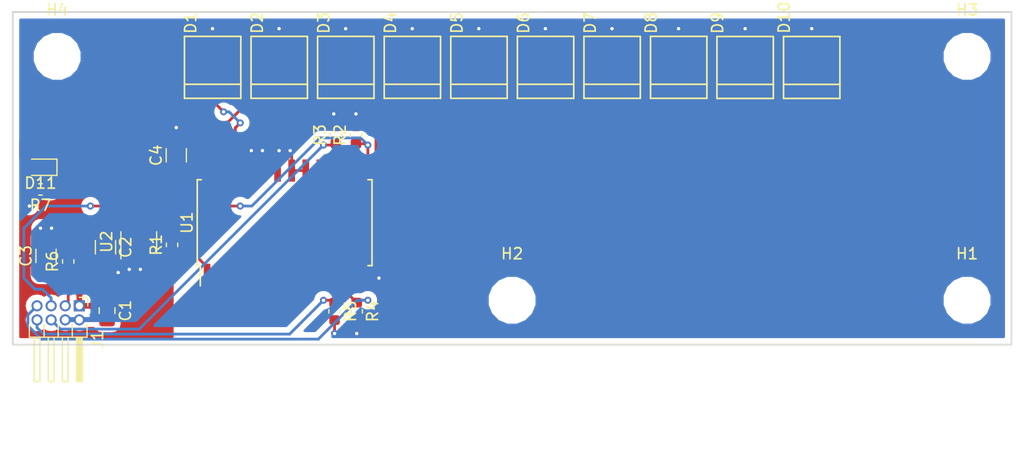
<source format=kicad_pcb>
(kicad_pcb (version 20171130) (host pcbnew 5.0.1)

  (general
    (thickness 1.6)
    (drawings 4)
    (tracks 207)
    (zones 0)
    (modules 29)
    (nets 21)
  )

  (page A4)
  (layers
    (0 F.Cu signal)
    (31 B.Cu signal)
    (32 B.Adhes user)
    (33 F.Adhes user)
    (34 B.Paste user)
    (35 F.Paste user)
    (36 B.SilkS user)
    (37 F.SilkS user)
    (38 B.Mask user)
    (39 F.Mask user)
    (40 Dwgs.User user)
    (41 Cmts.User user)
    (42 Eco1.User user)
    (43 Eco2.User user)
    (44 Edge.Cuts user)
    (45 Margin user)
    (46 B.CrtYd user)
    (47 F.CrtYd user)
    (48 B.Fab user)
    (49 F.Fab user)
  )

  (setup
    (last_trace_width 0.25)
    (trace_clearance 0.2032)
    (zone_clearance 0.508)
    (zone_45_only no)
    (trace_min 0.2)
    (segment_width 0.2)
    (edge_width 0.15)
    (via_size 0.635)
    (via_drill 0.3048)
    (via_min_size 0.4)
    (via_min_drill 0.3)
    (uvia_size 0.508)
    (uvia_drill 0.127)
    (uvias_allowed no)
    (uvia_min_size 0.2)
    (uvia_min_drill 0.1)
    (pcb_text_width 0.3)
    (pcb_text_size 1.5 1.5)
    (mod_edge_width 0.15)
    (mod_text_size 1 1)
    (mod_text_width 0.15)
    (pad_size 3.2 3.2)
    (pad_drill 3.2)
    (pad_to_mask_clearance 0.051)
    (solder_mask_min_width 0.25)
    (aux_axis_origin 0 0)
    (visible_elements FFFFFF7F)
    (pcbplotparams
      (layerselection 0x010f0_ffffffff)
      (usegerberextensions true)
      (usegerberattributes false)
      (usegerberadvancedattributes false)
      (creategerberjobfile true)
      (excludeedgelayer true)
      (linewidth 0.100000)
      (plotframeref false)
      (viasonmask false)
      (mode 1)
      (useauxorigin false)
      (hpglpennumber 1)
      (hpglpenspeed 20)
      (hpglpendiameter 15.000000)
      (psnegative false)
      (psa4output false)
      (plotreference true)
      (plotvalue true)
      (plotinvisibletext false)
      (padsonsilk false)
      (subtractmaskfromsilk false)
      (outputformat 1)
      (mirror false)
      (drillshape 0)
      (scaleselection 1)
      (outputdirectory "gerber/"))
  )

  (net 0 "")
  (net 1 PD_out)
  (net 2 +5V)
  (net 3 GND)
  (net 4 "Net-(D2-Pad1)")
  (net 5 "Net-(D3-Pad1)")
  (net 6 "Net-(D4-Pad1)")
  (net 7 "Net-(D5-Pad1)")
  (net 8 "Net-(D6-Pad1)")
  (net 9 "Net-(D7-Pad1)")
  (net 10 "Net-(D8-Pad1)")
  (net 11 "Net-(D9-Pad1)")
  (net 12 "Net-(D10-Pad1)")
  (net 13 "Net-(D1-Pad1)")
  (net 14 S2)
  (net 15 "Net-(D11-Pad1)")
  (net 16 "Net-(R1-Pad2)")
  (net 17 S0)
  (net 18 S1)
  (net 19 COM)
  (net 20 S3)

  (net_class Default "This is the default net class."
    (clearance 0.2032)
    (trace_width 0.25)
    (via_dia 0.635)
    (via_drill 0.3048)
    (uvia_dia 0.508)
    (uvia_drill 0.127)
    (add_net +5V)
    (add_net COM)
    (add_net GND)
    (add_net "Net-(D1-Pad1)")
    (add_net "Net-(D10-Pad1)")
    (add_net "Net-(D11-Pad1)")
    (add_net "Net-(D2-Pad1)")
    (add_net "Net-(D3-Pad1)")
    (add_net "Net-(D4-Pad1)")
    (add_net "Net-(D5-Pad1)")
    (add_net "Net-(D6-Pad1)")
    (add_net "Net-(D7-Pad1)")
    (add_net "Net-(D8-Pad1)")
    (add_net "Net-(D9-Pad1)")
    (add_net "Net-(R1-Pad2)")
    (add_net PD_out)
    (add_net S0)
    (add_net S1)
    (add_net S2)
    (add_net S3)
  )

  (module MountingHole:MountingHole_3.2mm_M3 (layer F.Cu) (tedit 56D1B4CB) (tstamp 5C46D89C)
    (at 4 4)
    (descr "Mounting Hole 3.2mm, no annular, M3")
    (tags "mounting hole 3.2mm no annular m3")
    (path /5C3B23BE)
    (attr virtual)
    (fp_text reference H4 (at 0 -4.2) (layer F.SilkS)
      (effects (font (size 1 1) (thickness 0.15)))
    )
    (fp_text value MountingHole (at 0 4.2) (layer F.Fab)
      (effects (font (size 1 1) (thickness 0.15)))
    )
    (fp_circle (center 0 0) (end 3.45 0) (layer F.CrtYd) (width 0.05))
    (fp_circle (center 0 0) (end 3.2 0) (layer Cmts.User) (width 0.15))
    (fp_text user %R (at 0.3 0) (layer F.Fab)
      (effects (font (size 1 1) (thickness 0.15)))
    )
    (pad 1 np_thru_hole circle (at 0 0) (size 3.2 3.2) (drill 3.2) (layers *.Cu *.Mask))
  )

  (module MountingHole:MountingHole_3.2mm_M3 (layer F.Cu) (tedit 56D1B4CB) (tstamp 5C46D894)
    (at 86 4)
    (descr "Mounting Hole 3.2mm, no annular, M3")
    (tags "mounting hole 3.2mm no annular m3")
    (path /5C3AF9ED)
    (attr virtual)
    (fp_text reference H3 (at 0 -4.2) (layer F.SilkS)
      (effects (font (size 1 1) (thickness 0.15)))
    )
    (fp_text value MountingHole (at 0 4.2) (layer F.Fab)
      (effects (font (size 1 1) (thickness 0.15)))
    )
    (fp_text user %R (at 0.3 0) (layer F.Fab)
      (effects (font (size 1 1) (thickness 0.15)))
    )
    (fp_circle (center 0 0) (end 3.2 0) (layer Cmts.User) (width 0.15))
    (fp_circle (center 0 0) (end 3.45 0) (layer F.CrtYd) (width 0.05))
    (pad 1 np_thru_hole circle (at 0 0) (size 3.2 3.2) (drill 3.2) (layers *.Cu *.Mask))
  )

  (module MountingHole:MountingHole_3.2mm_M3 (layer F.Cu) (tedit 56D1B4CB) (tstamp 5C46D88C)
    (at 45 26)
    (descr "Mounting Hole 3.2mm, no annular, M3")
    (tags "mounting hole 3.2mm no annular m3")
    (path /5C3AD054)
    (attr virtual)
    (fp_text reference H2 (at 0 -4.2) (layer F.SilkS)
      (effects (font (size 1 1) (thickness 0.15)))
    )
    (fp_text value MountingHole (at 0 4.2) (layer F.Fab)
      (effects (font (size 1 1) (thickness 0.15)))
    )
    (fp_circle (center 0 0) (end 3.45 0) (layer F.CrtYd) (width 0.05))
    (fp_circle (center 0 0) (end 3.2 0) (layer Cmts.User) (width 0.15))
    (fp_text user %R (at 0.3 0) (layer F.Fab)
      (effects (font (size 1 1) (thickness 0.15)))
    )
    (pad 1 np_thru_hole circle (at 0 0) (size 3.2 3.2) (drill 3.2) (layers *.Cu *.Mask))
  )

  (module MountingHole:MountingHole_3.2mm_M3 (layer F.Cu) (tedit 56D1B4CB) (tstamp 5C46D884)
    (at 86 26)
    (descr "Mounting Hole 3.2mm, no annular, M3")
    (tags "mounting hole 3.2mm no annular m3")
    (path /5C3ACC42)
    (attr virtual)
    (fp_text reference H1 (at 0 -4.2) (layer F.SilkS)
      (effects (font (size 1 1) (thickness 0.15)))
    )
    (fp_text value MountingHole (at 0 4.2) (layer F.Fab)
      (effects (font (size 1 1) (thickness 0.15)))
    )
    (fp_text user %R (at 0.3 0) (layer F.Fab)
      (effects (font (size 1 1) (thickness 0.15)))
    )
    (fp_circle (center 0 0) (end 3.2 0) (layer Cmts.User) (width 0.15))
    (fp_circle (center 0 0) (end 3.45 0) (layer F.CrtYd) (width 0.05))
    (pad 1 np_thru_hole circle (at 0 0) (size 3.2 3.2) (drill 3.2) (layers *.Cu *.Mask))
  )

  (module Package_SO:SOIC-24W_7.5x15.4mm_P1.27mm (layer F.Cu) (tedit 5C3974E5) (tstamp 5C298F8D)
    (at 24.5 19 90)
    (descr "24-Lead Plastic Small Outline (SO) - Wide, 7.50 mm Body [SOIC] (see Microchip Packaging Specification 00000049BS.pdf)")
    (tags "SOIC 1.27")
    (path /5BFDC062)
    (attr smd)
    (fp_text reference U1 (at 0 -8.8 90) (layer F.SilkS)
      (effects (font (size 1 1) (thickness 0.15)))
    )
    (fp_text value CD74HC4067M (at 0 8.8 90) (layer F.Fab)
      (effects (font (size 1 1) (thickness 0.15)))
    )
    (fp_text user %R (at 0 0 90) (layer F.Fab)
      (effects (font (size 1 1) (thickness 0.15)))
    )
    (fp_line (start -2.75 -7.7) (end 3.75 -7.7) (layer F.Fab) (width 0.15))
    (fp_line (start 3.75 -7.7) (end 3.75 7.7) (layer F.Fab) (width 0.15))
    (fp_line (start 3.75 7.7) (end -3.75 7.7) (layer F.Fab) (width 0.15))
    (fp_line (start -3.75 7.7) (end -3.75 -6.7) (layer F.Fab) (width 0.15))
    (fp_line (start -3.75 -6.7) (end -2.75 -7.7) (layer F.Fab) (width 0.15))
    (fp_line (start -5.95 -8.05) (end -5.95 8.05) (layer F.CrtYd) (width 0.05))
    (fp_line (start 5.95 -8.05) (end 5.95 8.05) (layer F.CrtYd) (width 0.05))
    (fp_line (start -5.95 -8.05) (end 5.95 -8.05) (layer F.CrtYd) (width 0.05))
    (fp_line (start -5.95 8.05) (end 5.95 8.05) (layer F.CrtYd) (width 0.05))
    (fp_line (start -3.875 -7.875) (end -3.875 -7.6) (layer F.SilkS) (width 0.15))
    (fp_line (start 3.875 -7.875) (end 3.875 -7.51) (layer F.SilkS) (width 0.15))
    (fp_line (start 3.875 7.875) (end 3.875 7.51) (layer F.SilkS) (width 0.15))
    (fp_line (start -3.875 7.875) (end -3.875 7.51) (layer F.SilkS) (width 0.15))
    (fp_line (start -3.875 -7.875) (end 3.875 -7.875) (layer F.SilkS) (width 0.15))
    (fp_line (start -3.875 7.875) (end 3.875 7.875) (layer F.SilkS) (width 0.15))
    (fp_line (start -3.875 -7.6) (end -5.7 -7.6) (layer F.SilkS) (width 0.15))
    (pad 1 smd rect (at -4.7 -6.985 90) (size 2 0.6) (layers F.Cu F.Paste F.Mask)
      (net 19 COM))
    (pad 2 smd rect (at -4.7 -5.715 90) (size 2 0.6) (layers F.Cu F.Paste F.Mask)
      (net 5 "Net-(D3-Pad1)"))
    (pad 3 smd rect (at -4.7 -4.445 90) (size 2 0.6) (layers F.Cu F.Paste F.Mask)
      (net 6 "Net-(D4-Pad1)"))
    (pad 4 smd rect (at -4.7 -3.175 90) (size 2 0.6) (layers F.Cu F.Paste F.Mask)
      (net 7 "Net-(D5-Pad1)"))
    (pad 5 smd rect (at -4.7 -1.905 90) (size 2 0.6) (layers F.Cu F.Paste F.Mask)
      (net 8 "Net-(D6-Pad1)"))
    (pad 6 smd rect (at -4.7 -0.635 90) (size 2 0.6) (layers F.Cu F.Paste F.Mask)
      (net 9 "Net-(D7-Pad1)"))
    (pad 7 smd rect (at -4.7 0.635 90) (size 2 0.6) (layers F.Cu F.Paste F.Mask)
      (net 10 "Net-(D8-Pad1)"))
    (pad 8 smd rect (at -4.7 1.905 90) (size 2 0.6) (layers F.Cu F.Paste F.Mask)
      (net 11 "Net-(D9-Pad1)"))
    (pad 9 smd rect (at -4.7 3.175 90) (size 2 0.6) (layers F.Cu F.Paste F.Mask)
      (net 12 "Net-(D10-Pad1)"))
    (pad 10 smd rect (at -4.7 4.445 90) (size 2 0.6) (layers F.Cu F.Paste F.Mask)
      (net 17 S0))
    (pad 11 smd rect (at -4.7 5.715 90) (size 2 0.6) (layers F.Cu F.Paste F.Mask)
      (net 18 S1))
    (pad 12 smd rect (at -4.7 6.985 90) (size 2 0.6) (layers F.Cu F.Paste F.Mask)
      (net 3 GND))
    (pad 13 smd rect (at 4.7 6.985 90) (size 2 0.6) (layers F.Cu F.Paste F.Mask)
      (net 20 S3))
    (pad 14 smd rect (at 4.7 5.715 90) (size 2 0.6) (layers F.Cu F.Paste F.Mask)
      (net 14 S2))
    (pad 15 smd rect (at 4.7 4.445 90) (size 2 0.6) (layers F.Cu F.Paste F.Mask)
      (net 3 GND))
    (pad 16 smd rect (at 4.7 3.175 90) (size 2 0.6) (layers F.Cu F.Paste F.Mask)
      (net 3 GND))
    (pad 17 smd rect (at 4.7 1.905 90) (size 2 0.6) (layers F.Cu F.Paste F.Mask)
      (net 3 GND))
    (pad 18 smd rect (at 4.7 0.635 90) (size 2 0.6) (layers F.Cu F.Paste F.Mask)
      (net 3 GND))
    (pad 19 smd rect (at 4.7 -0.635 90) (size 2 0.6) (layers F.Cu F.Paste F.Mask)
      (net 3 GND))
    (pad 20 smd rect (at 4.7 -1.905 90) (size 2 0.6) (layers F.Cu F.Paste F.Mask)
      (net 3 GND))
    (pad 21 smd rect (at 4.7 -3.175 90) (size 2 0.6) (layers F.Cu F.Paste F.Mask)
      (net 3 GND))
    (pad 22 smd rect (at 4.7 -4.445 90) (size 2 0.6) (layers F.Cu F.Paste F.Mask)
      (net 13 "Net-(D1-Pad1)"))
    (pad 23 smd rect (at 4.7 -5.715 90) (size 2 0.6) (layers F.Cu F.Paste F.Mask)
      (net 4 "Net-(D2-Pad1)"))
    (pad 24 smd rect (at 4.7 -6.985 90) (size 2 0.6) (layers F.Cu F.Paste F.Mask)
      (net 2 +5V))
    (model ${KISYS3DMOD}/Package_SO.3dshapes/SOIC-24W_7.5x15.4mm_P1.27mm.wrl
      (at (xyz 0 0 0))
      (scale (xyz 1 1 1))
      (rotate (xyz 0 0 0))
    )
  )

  (module Resistor_SMD:R_0603_1608Metric (layer F.Cu) (tedit 5B301BBD) (tstamp 5C4F6C99)
    (at 29.111471 11.091524 90)
    (descr "Resistor SMD 0603 (1608 Metric), square (rectangular) end terminal, IPC_7351 nominal, (Body size source: http://www.tortai-tech.com/upload/download/2011102023233369053.pdf), generated with kicad-footprint-generator")
    (tags resistor)
    (path /5C3C5155)
    (attr smd)
    (fp_text reference R3 (at 0 -1.43 90) (layer F.SilkS)
      (effects (font (size 1 1) (thickness 0.15)))
    )
    (fp_text value 10k (at 0 1.43 90) (layer F.Fab)
      (effects (font (size 1 1) (thickness 0.15)))
    )
    (fp_line (start -0.8 0.4) (end -0.8 -0.4) (layer F.Fab) (width 0.1))
    (fp_line (start -0.8 -0.4) (end 0.8 -0.4) (layer F.Fab) (width 0.1))
    (fp_line (start 0.8 -0.4) (end 0.8 0.4) (layer F.Fab) (width 0.1))
    (fp_line (start 0.8 0.4) (end -0.8 0.4) (layer F.Fab) (width 0.1))
    (fp_line (start -0.162779 -0.51) (end 0.162779 -0.51) (layer F.SilkS) (width 0.12))
    (fp_line (start -0.162779 0.51) (end 0.162779 0.51) (layer F.SilkS) (width 0.12))
    (fp_line (start -1.48 0.73) (end -1.48 -0.73) (layer F.CrtYd) (width 0.05))
    (fp_line (start -1.48 -0.73) (end 1.48 -0.73) (layer F.CrtYd) (width 0.05))
    (fp_line (start 1.48 -0.73) (end 1.48 0.73) (layer F.CrtYd) (width 0.05))
    (fp_line (start 1.48 0.73) (end -1.48 0.73) (layer F.CrtYd) (width 0.05))
    (fp_text user %R (at 0 0 90) (layer F.Fab)
      (effects (font (size 0.4 0.4) (thickness 0.06)))
    )
    (pad 1 smd roundrect (at -0.7875 0 90) (size 0.875 0.95) (layers F.Cu F.Paste F.Mask) (roundrect_rratio 0.25)
      (net 14 S2))
    (pad 2 smd roundrect (at 0.7875 0 90) (size 0.875 0.95) (layers F.Cu F.Paste F.Mask) (roundrect_rratio 0.25)
      (net 3 GND))
    (model ${KISYS3DMOD}/Resistor_SMD.3dshapes/R_0603_1608Metric.wrl
      (at (xyz 0 0 0))
      (scale (xyz 1 1 1))
      (rotate (xyz 0 0 0))
    )
  )

  (module Resistor_SMD:R_0603_1608Metric (layer F.Cu) (tedit 5B301BBD) (tstamp 5C4F6CFE)
    (at 30.92797 11.091524 90)
    (descr "Resistor SMD 0603 (1608 Metric), square (rectangular) end terminal, IPC_7351 nominal, (Body size source: http://www.tortai-tech.com/upload/download/2011102023233369053.pdf), generated with kicad-footprint-generator")
    (tags resistor)
    (path /5C3C50D4)
    (attr smd)
    (fp_text reference R2 (at 0 -1.43 90) (layer F.SilkS)
      (effects (font (size 1 1) (thickness 0.15)))
    )
    (fp_text value 10k (at 0 1.43 90) (layer F.Fab)
      (effects (font (size 1 1) (thickness 0.15)))
    )
    (fp_text user %R (at 0 0 90) (layer F.Fab)
      (effects (font (size 0.4 0.4) (thickness 0.06)))
    )
    (fp_line (start 1.48 0.73) (end -1.48 0.73) (layer F.CrtYd) (width 0.05))
    (fp_line (start 1.48 -0.73) (end 1.48 0.73) (layer F.CrtYd) (width 0.05))
    (fp_line (start -1.48 -0.73) (end 1.48 -0.73) (layer F.CrtYd) (width 0.05))
    (fp_line (start -1.48 0.73) (end -1.48 -0.73) (layer F.CrtYd) (width 0.05))
    (fp_line (start -0.162779 0.51) (end 0.162779 0.51) (layer F.SilkS) (width 0.12))
    (fp_line (start -0.162779 -0.51) (end 0.162779 -0.51) (layer F.SilkS) (width 0.12))
    (fp_line (start 0.8 0.4) (end -0.8 0.4) (layer F.Fab) (width 0.1))
    (fp_line (start 0.8 -0.4) (end 0.8 0.4) (layer F.Fab) (width 0.1))
    (fp_line (start -0.8 -0.4) (end 0.8 -0.4) (layer F.Fab) (width 0.1))
    (fp_line (start -0.8 0.4) (end -0.8 -0.4) (layer F.Fab) (width 0.1))
    (pad 2 smd roundrect (at 0.7875 0 90) (size 0.875 0.95) (layers F.Cu F.Paste F.Mask) (roundrect_rratio 0.25)
      (net 3 GND))
    (pad 1 smd roundrect (at -0.7875 0 90) (size 0.875 0.95) (layers F.Cu F.Paste F.Mask) (roundrect_rratio 0.25)
      (net 20 S3))
    (model ${KISYS3DMOD}/Resistor_SMD.3dshapes/R_0603_1608Metric.wrl
      (at (xyz 0 0 0))
      (scale (xyz 1 1 1))
      (rotate (xyz 0 0 0))
    )
  )

  (module Capacitor_SMD:C_1206_3216Metric (layer F.Cu) (tedit 5B301BBE) (tstamp 5C4F6E47)
    (at 3 22 90)
    (descr "Capacitor SMD 1206 (3216 Metric), square (rectangular) end terminal, IPC_7351 nominal, (Body size source: http://www.tortai-tech.com/upload/download/2011102023233369053.pdf), generated with kicad-footprint-generator")
    (tags capacitor)
    (path /5C436C66)
    (attr smd)
    (fp_text reference C3 (at 0 -1.82 90) (layer F.SilkS)
      (effects (font (size 1 1) (thickness 0.15)))
    )
    (fp_text value "47 nF" (at 0 1.82 90) (layer F.Fab)
      (effects (font (size 1 1) (thickness 0.15)))
    )
    (fp_text user %R (at 0.1 0 90) (layer F.Fab)
      (effects (font (size 0.8 0.8) (thickness 0.12)))
    )
    (fp_line (start 2.28 1.12) (end -2.28 1.12) (layer F.CrtYd) (width 0.05))
    (fp_line (start 2.28 -1.12) (end 2.28 1.12) (layer F.CrtYd) (width 0.05))
    (fp_line (start -2.28 -1.12) (end 2.28 -1.12) (layer F.CrtYd) (width 0.05))
    (fp_line (start -2.28 1.12) (end -2.28 -1.12) (layer F.CrtYd) (width 0.05))
    (fp_line (start -0.602064 0.91) (end 0.602064 0.91) (layer F.SilkS) (width 0.12))
    (fp_line (start -0.602064 -0.91) (end 0.602064 -0.91) (layer F.SilkS) (width 0.12))
    (fp_line (start 1.6 0.8) (end -1.6 0.8) (layer F.Fab) (width 0.1))
    (fp_line (start 1.6 -0.8) (end 1.6 0.8) (layer F.Fab) (width 0.1))
    (fp_line (start -1.6 -0.8) (end 1.6 -0.8) (layer F.Fab) (width 0.1))
    (fp_line (start -1.6 0.8) (end -1.6 -0.8) (layer F.Fab) (width 0.1))
    (pad 2 smd roundrect (at 1.4 0 90) (size 1.25 1.75) (layers F.Cu F.Paste F.Mask) (roundrect_rratio 0.2)
      (net 3 GND))
    (pad 1 smd roundrect (at -1.4 0 90) (size 1.25 1.75) (layers F.Cu F.Paste F.Mask) (roundrect_rratio 0.2)
      (net 1 PD_out))
    (model ${KISYS3DMOD}/Capacitor_SMD.3dshapes/C_1206_3216Metric.wrl
      (at (xyz 0 0 0))
      (scale (xyz 1 1 1))
      (rotate (xyz 0 0 0))
    )
  )

  (module Resistor_SMD:R_0603_1608Metric (layer F.Cu) (tedit 5B301BBD) (tstamp 5C4F6CCC)
    (at 29 27 270)
    (descr "Resistor SMD 0603 (1608 Metric), square (rectangular) end terminal, IPC_7351 nominal, (Body size source: http://www.tortai-tech.com/upload/download/2011102023233369053.pdf), generated with kicad-footprint-generator")
    (tags resistor)
    (path /5C3C521A)
    (attr smd)
    (fp_text reference R5 (at 0 -1.43 270) (layer F.SilkS)
      (effects (font (size 1 1) (thickness 0.15)))
    )
    (fp_text value 10k (at 0 1.43 270) (layer F.Fab)
      (effects (font (size 1 1) (thickness 0.15)))
    )
    (fp_text user %R (at 0 0 270) (layer F.Fab)
      (effects (font (size 0.4 0.4) (thickness 0.06)))
    )
    (fp_line (start 1.48 0.73) (end -1.48 0.73) (layer F.CrtYd) (width 0.05))
    (fp_line (start 1.48 -0.73) (end 1.48 0.73) (layer F.CrtYd) (width 0.05))
    (fp_line (start -1.48 -0.73) (end 1.48 -0.73) (layer F.CrtYd) (width 0.05))
    (fp_line (start -1.48 0.73) (end -1.48 -0.73) (layer F.CrtYd) (width 0.05))
    (fp_line (start -0.162779 0.51) (end 0.162779 0.51) (layer F.SilkS) (width 0.12))
    (fp_line (start -0.162779 -0.51) (end 0.162779 -0.51) (layer F.SilkS) (width 0.12))
    (fp_line (start 0.8 0.4) (end -0.8 0.4) (layer F.Fab) (width 0.1))
    (fp_line (start 0.8 -0.4) (end 0.8 0.4) (layer F.Fab) (width 0.1))
    (fp_line (start -0.8 -0.4) (end 0.8 -0.4) (layer F.Fab) (width 0.1))
    (fp_line (start -0.8 0.4) (end -0.8 -0.4) (layer F.Fab) (width 0.1))
    (pad 2 smd roundrect (at 0.7875 0 270) (size 0.875 0.95) (layers F.Cu F.Paste F.Mask) (roundrect_rratio 0.25)
      (net 3 GND))
    (pad 1 smd roundrect (at -0.7875 0 270) (size 0.875 0.95) (layers F.Cu F.Paste F.Mask) (roundrect_rratio 0.25)
      (net 17 S0))
    (model ${KISYS3DMOD}/Resistor_SMD.3dshapes/R_0603_1608Metric.wrl
      (at (xyz 0 0 0))
      (scale (xyz 1 1 1))
      (rotate (xyz 0 0 0))
    )
  )

  (module Capacitor_SMD:C_0805_2012Metric (layer F.Cu) (tedit 5B36C52B) (tstamp 5C4F6E59)
    (at 8.5 26.9375 270)
    (descr "Capacitor SMD 0805 (2012 Metric), square (rectangular) end terminal, IPC_7351 nominal, (Body size source: https://docs.google.com/spreadsheets/d/1BsfQQcO9C6DZCsRaXUlFlo91Tg2WpOkGARC1WS5S8t0/edit?usp=sharing), generated with kicad-footprint-generator")
    (tags capacitor)
    (path /5BFEDD1C)
    (attr smd)
    (fp_text reference C1 (at 0 -1.65 270) (layer F.SilkS)
      (effects (font (size 1 1) (thickness 0.15)))
    )
    (fp_text value "4.7 uF" (at 0 1.65 270) (layer F.Fab)
      (effects (font (size 1 1) (thickness 0.15)))
    )
    (fp_line (start -1 0.6) (end -1 -0.6) (layer F.Fab) (width 0.1))
    (fp_line (start -1 -0.6) (end 1 -0.6) (layer F.Fab) (width 0.1))
    (fp_line (start 1 -0.6) (end 1 0.6) (layer F.Fab) (width 0.1))
    (fp_line (start 1 0.6) (end -1 0.6) (layer F.Fab) (width 0.1))
    (fp_line (start -0.258578 -0.71) (end 0.258578 -0.71) (layer F.SilkS) (width 0.12))
    (fp_line (start -0.258578 0.71) (end 0.258578 0.71) (layer F.SilkS) (width 0.12))
    (fp_line (start -1.68 0.95) (end -1.68 -0.95) (layer F.CrtYd) (width 0.05))
    (fp_line (start -1.68 -0.95) (end 1.68 -0.95) (layer F.CrtYd) (width 0.05))
    (fp_line (start 1.68 -0.95) (end 1.68 0.95) (layer F.CrtYd) (width 0.05))
    (fp_line (start 1.68 0.95) (end -1.68 0.95) (layer F.CrtYd) (width 0.05))
    (fp_text user %R (at 0 0 270) (layer F.Fab)
      (effects (font (size 0.5 0.5) (thickness 0.08)))
    )
    (pad 1 smd roundrect (at -0.9375 0 270) (size 0.975 1.4) (layers F.Cu F.Paste F.Mask) (roundrect_rratio 0.25)
      (net 2 +5V))
    (pad 2 smd roundrect (at 0.9375 0 270) (size 0.975 1.4) (layers F.Cu F.Paste F.Mask) (roundrect_rratio 0.25)
      (net 3 GND))
    (model ${KISYS3DMOD}/Capacitor_SMD.3dshapes/C_0805_2012Metric.wrl
      (at (xyz 0 0 0))
      (scale (xyz 1 1 1))
      (rotate (xyz 0 0 0))
    )
  )

  (module Capacitor_SMD:C_1206_3216Metric (layer F.Cu) (tedit 5B301BBE) (tstamp 5C4F6E58)
    (at 8.356699 21.214909 270)
    (descr "Capacitor SMD 1206 (3216 Metric), square (rectangular) end terminal, IPC_7351 nominal, (Body size source: http://www.tortai-tech.com/upload/download/2011102023233369053.pdf), generated with kicad-footprint-generator")
    (tags capacitor)
    (path /5C38C235)
    (attr smd)
    (fp_text reference C2 (at 0 -1.82 270) (layer F.SilkS)
      (effects (font (size 1 1) (thickness 0.15)))
    )
    (fp_text value "100 nF" (at 0 1.82 270) (layer F.Fab)
      (effects (font (size 1 1) (thickness 0.15)))
    )
    (fp_line (start -1.6 0.8) (end -1.6 -0.8) (layer F.Fab) (width 0.1))
    (fp_line (start -1.6 -0.8) (end 1.6 -0.8) (layer F.Fab) (width 0.1))
    (fp_line (start 1.6 -0.8) (end 1.6 0.8) (layer F.Fab) (width 0.1))
    (fp_line (start 1.6 0.8) (end -1.6 0.8) (layer F.Fab) (width 0.1))
    (fp_line (start -0.602064 -0.91) (end 0.602064 -0.91) (layer F.SilkS) (width 0.12))
    (fp_line (start -0.602064 0.91) (end 0.602064 0.91) (layer F.SilkS) (width 0.12))
    (fp_line (start -2.28 1.12) (end -2.28 -1.12) (layer F.CrtYd) (width 0.05))
    (fp_line (start -2.28 -1.12) (end 2.28 -1.12) (layer F.CrtYd) (width 0.05))
    (fp_line (start 2.28 -1.12) (end 2.28 1.12) (layer F.CrtYd) (width 0.05))
    (fp_line (start 2.28 1.12) (end -2.28 1.12) (layer F.CrtYd) (width 0.05))
    (fp_text user %R (at 0 0 270) (layer F.Fab)
      (effects (font (size 0.8 0.8) (thickness 0.12)))
    )
    (pad 1 smd roundrect (at -1.4 0 270) (size 1.25 1.75) (layers F.Cu F.Paste F.Mask) (roundrect_rratio 0.2)
      (net 2 +5V))
    (pad 2 smd roundrect (at 1.4 0 270) (size 1.25 1.75) (layers F.Cu F.Paste F.Mask) (roundrect_rratio 0.2)
      (net 3 GND))
    (model ${KISYS3DMOD}/Capacitor_SMD.3dshapes/C_1206_3216Metric.wrl
      (at (xyz 0 0 0))
      (scale (xyz 1 1 1))
      (rotate (xyz 0 0 0))
    )
  )

  (module Capacitor_SMD:C_1206_3216Metric (layer F.Cu) (tedit 5B301BBE) (tstamp 5C4F6E36)
    (at 14.736025 12.921561 90)
    (descr "Capacitor SMD 1206 (3216 Metric), square (rectangular) end terminal, IPC_7351 nominal, (Body size source: http://www.tortai-tech.com/upload/download/2011102023233369053.pdf), generated with kicad-footprint-generator")
    (tags capacitor)
    (path /5C3C371D)
    (attr smd)
    (fp_text reference C4 (at 0 -1.82 90) (layer F.SilkS)
      (effects (font (size 1 1) (thickness 0.15)))
    )
    (fp_text value "100 nF" (at 0 1.82 90) (layer F.Fab)
      (effects (font (size 1 1) (thickness 0.15)))
    )
    (fp_line (start -1.6 0.8) (end -1.6 -0.8) (layer F.Fab) (width 0.1))
    (fp_line (start -1.6 -0.8) (end 1.6 -0.8) (layer F.Fab) (width 0.1))
    (fp_line (start 1.6 -0.8) (end 1.6 0.8) (layer F.Fab) (width 0.1))
    (fp_line (start 1.6 0.8) (end -1.6 0.8) (layer F.Fab) (width 0.1))
    (fp_line (start -0.602064 -0.91) (end 0.602064 -0.91) (layer F.SilkS) (width 0.12))
    (fp_line (start -0.602064 0.91) (end 0.602064 0.91) (layer F.SilkS) (width 0.12))
    (fp_line (start -2.28 1.12) (end -2.28 -1.12) (layer F.CrtYd) (width 0.05))
    (fp_line (start -2.28 -1.12) (end 2.28 -1.12) (layer F.CrtYd) (width 0.05))
    (fp_line (start 2.28 -1.12) (end 2.28 1.12) (layer F.CrtYd) (width 0.05))
    (fp_line (start 2.28 1.12) (end -2.28 1.12) (layer F.CrtYd) (width 0.05))
    (fp_text user %R (at 0 0 90) (layer F.Fab)
      (effects (font (size 0.8 0.8) (thickness 0.12)))
    )
    (pad 1 smd roundrect (at -1.4 0 90) (size 1.25 1.75) (layers F.Cu F.Paste F.Mask) (roundrect_rratio 0.2)
      (net 2 +5V))
    (pad 2 smd roundrect (at 1.4 0 90) (size 1.25 1.75) (layers F.Cu F.Paste F.Mask) (roundrect_rratio 0.2)
      (net 3 GND))
    (model ${KISYS3DMOD}/Capacitor_SMD.3dshapes/C_1206_3216Metric.wrl
      (at (xyz 0 0 0))
      (scale (xyz 1 1 1))
      (rotate (xyz 0 0 0))
    )
  )

  (module LED_SMD:LED_0603_1608Metric (layer F.Cu) (tedit 5B301BBE) (tstamp 5C4F6D91)
    (at 2.5 14 180)
    (descr "LED SMD 0603 (1608 Metric), square (rectangular) end terminal, IPC_7351 nominal, (Body size source: http://www.tortai-tech.com/upload/download/2011102023233369053.pdf), generated with kicad-footprint-generator")
    (tags diode)
    (path /5C38ACAA)
    (attr smd)
    (fp_text reference D11 (at 0 -1.43 180) (layer F.SilkS)
      (effects (font (size 1 1) (thickness 0.15)))
    )
    (fp_text value LED (at 0 1.43 180) (layer F.Fab)
      (effects (font (size 1 1) (thickness 0.15)))
    )
    (fp_line (start 0.8 -0.4) (end -0.5 -0.4) (layer F.Fab) (width 0.1))
    (fp_line (start -0.5 -0.4) (end -0.8 -0.1) (layer F.Fab) (width 0.1))
    (fp_line (start -0.8 -0.1) (end -0.8 0.4) (layer F.Fab) (width 0.1))
    (fp_line (start -0.8 0.4) (end 0.8 0.4) (layer F.Fab) (width 0.1))
    (fp_line (start 0.8 0.4) (end 0.8 -0.4) (layer F.Fab) (width 0.1))
    (fp_line (start 0.8 -0.735) (end -1.485 -0.735) (layer F.SilkS) (width 0.12))
    (fp_line (start -1.485 -0.735) (end -1.485 0.735) (layer F.SilkS) (width 0.12))
    (fp_line (start -1.485 0.735) (end 0.8 0.735) (layer F.SilkS) (width 0.12))
    (fp_line (start -1.48 0.73) (end -1.48 -0.73) (layer F.CrtYd) (width 0.05))
    (fp_line (start -1.48 -0.73) (end 1.48 -0.73) (layer F.CrtYd) (width 0.05))
    (fp_line (start 1.48 -0.73) (end 1.48 0.73) (layer F.CrtYd) (width 0.05))
    (fp_line (start 1.48 0.73) (end -1.48 0.73) (layer F.CrtYd) (width 0.05))
    (fp_text user %R (at 0 0 180) (layer F.Fab)
      (effects (font (size 0.4 0.4) (thickness 0.06)))
    )
    (pad 1 smd roundrect (at -0.7875 0 180) (size 0.875 0.95) (layers F.Cu F.Paste F.Mask) (roundrect_rratio 0.25)
      (net 15 "Net-(D11-Pad1)"))
    (pad 2 smd roundrect (at 0.7875 0 180) (size 0.875 0.95) (layers F.Cu F.Paste F.Mask) (roundrect_rratio 0.25)
      (net 2 +5V))
    (model ${KISYS3DMOD}/LED_SMD.3dshapes/LED_0603_1608Metric.wrl
      (at (xyz 0 0 0))
      (scale (xyz 1 1 1))
      (rotate (xyz 0 0 0))
    )
  )

  (module Resistor_SMD:R_0603_1608Metric (layer F.Cu) (tedit 5B301BBD) (tstamp 5C4F6CDD)
    (at 31 27 270)
    (descr "Resistor SMD 0603 (1608 Metric), square (rectangular) end terminal, IPC_7351 nominal, (Body size source: http://www.tortai-tech.com/upload/download/2011102023233369053.pdf), generated with kicad-footprint-generator")
    (tags resistor)
    (path /5C3C51B5)
    (attr smd)
    (fp_text reference R4 (at 0 -1.43 270) (layer F.SilkS)
      (effects (font (size 1 1) (thickness 0.15)))
    )
    (fp_text value 10k (at 0 1.43 270) (layer F.Fab)
      (effects (font (size 1 1) (thickness 0.15)))
    )
    (fp_line (start -0.8 0.4) (end -0.8 -0.4) (layer F.Fab) (width 0.1))
    (fp_line (start -0.8 -0.4) (end 0.8 -0.4) (layer F.Fab) (width 0.1))
    (fp_line (start 0.8 -0.4) (end 0.8 0.4) (layer F.Fab) (width 0.1))
    (fp_line (start 0.8 0.4) (end -0.8 0.4) (layer F.Fab) (width 0.1))
    (fp_line (start -0.162779 -0.51) (end 0.162779 -0.51) (layer F.SilkS) (width 0.12))
    (fp_line (start -0.162779 0.51) (end 0.162779 0.51) (layer F.SilkS) (width 0.12))
    (fp_line (start -1.48 0.73) (end -1.48 -0.73) (layer F.CrtYd) (width 0.05))
    (fp_line (start -1.48 -0.73) (end 1.48 -0.73) (layer F.CrtYd) (width 0.05))
    (fp_line (start 1.48 -0.73) (end 1.48 0.73) (layer F.CrtYd) (width 0.05))
    (fp_line (start 1.48 0.73) (end -1.48 0.73) (layer F.CrtYd) (width 0.05))
    (fp_text user %R (at 0 0 270) (layer F.Fab)
      (effects (font (size 0.4 0.4) (thickness 0.06)))
    )
    (pad 1 smd roundrect (at -0.7875 0 270) (size 0.875 0.95) (layers F.Cu F.Paste F.Mask) (roundrect_rratio 0.25)
      (net 18 S1))
    (pad 2 smd roundrect (at 0.7875 0 270) (size 0.875 0.95) (layers F.Cu F.Paste F.Mask) (roundrect_rratio 0.25)
      (net 3 GND))
    (model ${KISYS3DMOD}/Resistor_SMD.3dshapes/R_0603_1608Metric.wrl
      (at (xyz 0 0 0))
      (scale (xyz 1 1 1))
      (rotate (xyz 0 0 0))
    )
  )

  (module Resistor_SMD:R_0603_1608Metric (layer F.Cu) (tedit 5B301BBD) (tstamp 5C4F6CBB)
    (at 5 22.5 90)
    (descr "Resistor SMD 0603 (1608 Metric), square (rectangular) end terminal, IPC_7351 nominal, (Body size source: http://www.tortai-tech.com/upload/download/2011102023233369053.pdf), generated with kicad-footprint-generator")
    (tags resistor)
    (path /5C436BC0)
    (attr smd)
    (fp_text reference R6 (at 0 -1.43 90) (layer F.SilkS)
      (effects (font (size 1 1) (thickness 0.15)))
    )
    (fp_text value 800 (at 0 1.43 90) (layer F.Fab)
      (effects (font (size 1 1) (thickness 0.15)))
    )
    (fp_line (start -0.8 0.4) (end -0.8 -0.4) (layer F.Fab) (width 0.1))
    (fp_line (start -0.8 -0.4) (end 0.8 -0.4) (layer F.Fab) (width 0.1))
    (fp_line (start 0.8 -0.4) (end 0.8 0.4) (layer F.Fab) (width 0.1))
    (fp_line (start 0.8 0.4) (end -0.8 0.4) (layer F.Fab) (width 0.1))
    (fp_line (start -0.162779 -0.51) (end 0.162779 -0.51) (layer F.SilkS) (width 0.12))
    (fp_line (start -0.162779 0.51) (end 0.162779 0.51) (layer F.SilkS) (width 0.12))
    (fp_line (start -1.48 0.73) (end -1.48 -0.73) (layer F.CrtYd) (width 0.05))
    (fp_line (start -1.48 -0.73) (end 1.48 -0.73) (layer F.CrtYd) (width 0.05))
    (fp_line (start 1.48 -0.73) (end 1.48 0.73) (layer F.CrtYd) (width 0.05))
    (fp_line (start 1.48 0.73) (end -1.48 0.73) (layer F.CrtYd) (width 0.05))
    (fp_text user %R (at 0 0 90) (layer F.Fab)
      (effects (font (size 0.4 0.4) (thickness 0.06)))
    )
    (pad 1 smd roundrect (at -0.7875 0 90) (size 0.875 0.95) (layers F.Cu F.Paste F.Mask) (roundrect_rratio 0.25)
      (net 1 PD_out))
    (pad 2 smd roundrect (at 0.7875 0 90) (size 0.875 0.95) (layers F.Cu F.Paste F.Mask) (roundrect_rratio 0.25)
      (net 16 "Net-(R1-Pad2)"))
    (model ${KISYS3DMOD}/Resistor_SMD.3dshapes/R_0603_1608Metric.wrl
      (at (xyz 0 0 0))
      (scale (xyz 1 1 1))
      (rotate (xyz 0 0 0))
    )
  )

  (module Resistor_SMD:R_0603_1608Metric (layer F.Cu) (tedit 5B301BBD) (tstamp 5C4F6CAA)
    (at 2.5 16 180)
    (descr "Resistor SMD 0603 (1608 Metric), square (rectangular) end terminal, IPC_7351 nominal, (Body size source: http://www.tortai-tech.com/upload/download/2011102023233369053.pdf), generated with kicad-footprint-generator")
    (tags resistor)
    (path /5C38ADF1)
    (attr smd)
    (fp_text reference R7 (at 0 -1.43 180) (layer F.SilkS)
      (effects (font (size 1 1) (thickness 0.15)))
    )
    (fp_text value 180 (at 0 1.43 180) (layer F.Fab)
      (effects (font (size 1 1) (thickness 0.15)))
    )
    (fp_text user %R (at 0 0 180) (layer F.Fab)
      (effects (font (size 0.4 0.4) (thickness 0.06)))
    )
    (fp_line (start 1.48 0.73) (end -1.48 0.73) (layer F.CrtYd) (width 0.05))
    (fp_line (start 1.48 -0.73) (end 1.48 0.73) (layer F.CrtYd) (width 0.05))
    (fp_line (start -1.48 -0.73) (end 1.48 -0.73) (layer F.CrtYd) (width 0.05))
    (fp_line (start -1.48 0.73) (end -1.48 -0.73) (layer F.CrtYd) (width 0.05))
    (fp_line (start -0.162779 0.51) (end 0.162779 0.51) (layer F.SilkS) (width 0.12))
    (fp_line (start -0.162779 -0.51) (end 0.162779 -0.51) (layer F.SilkS) (width 0.12))
    (fp_line (start 0.8 0.4) (end -0.8 0.4) (layer F.Fab) (width 0.1))
    (fp_line (start 0.8 -0.4) (end 0.8 0.4) (layer F.Fab) (width 0.1))
    (fp_line (start -0.8 -0.4) (end 0.8 -0.4) (layer F.Fab) (width 0.1))
    (fp_line (start -0.8 0.4) (end -0.8 -0.4) (layer F.Fab) (width 0.1))
    (pad 2 smd roundrect (at 0.7875 0 180) (size 0.875 0.95) (layers F.Cu F.Paste F.Mask) (roundrect_rratio 0.25)
      (net 3 GND))
    (pad 1 smd roundrect (at -0.7875 0 180) (size 0.875 0.95) (layers F.Cu F.Paste F.Mask) (roundrect_rratio 0.25)
      (net 15 "Net-(D11-Pad1)"))
    (model ${KISYS3DMOD}/Resistor_SMD.3dshapes/R_0603_1608Metric.wrl
      (at (xyz 0 0 0))
      (scale (xyz 1 1 1))
      (rotate (xyz 0 0 0))
    )
  )

  (module Resistor_SMD:R_0603_1608Metric (layer F.Cu) (tedit 5B301BBD) (tstamp 5C350590)
    (at 14.356699 21.002409 90)
    (descr "Resistor SMD 0603 (1608 Metric), square (rectangular) end terminal, IPC_7351 nominal, (Body size source: http://www.tortai-tech.com/upload/download/2011102023233369053.pdf), generated with kicad-footprint-generator")
    (tags resistor)
    (path /5BFF86A8)
    (attr smd)
    (fp_text reference R1 (at 0 -1.43 90) (layer F.SilkS)
      (effects (font (size 1 1) (thickness 0.15)))
    )
    (fp_text value 1.5M (at 0 1.43 90) (layer F.Fab)
      (effects (font (size 1 1) (thickness 0.15)))
    )
    (fp_line (start -0.8 0.4) (end -0.8 -0.4) (layer F.Fab) (width 0.1))
    (fp_line (start -0.8 -0.4) (end 0.8 -0.4) (layer F.Fab) (width 0.1))
    (fp_line (start 0.8 -0.4) (end 0.8 0.4) (layer F.Fab) (width 0.1))
    (fp_line (start 0.8 0.4) (end -0.8 0.4) (layer F.Fab) (width 0.1))
    (fp_line (start -0.162779 -0.51) (end 0.162779 -0.51) (layer F.SilkS) (width 0.12))
    (fp_line (start -0.162779 0.51) (end 0.162779 0.51) (layer F.SilkS) (width 0.12))
    (fp_line (start -1.48 0.73) (end -1.48 -0.73) (layer F.CrtYd) (width 0.05))
    (fp_line (start -1.48 -0.73) (end 1.48 -0.73) (layer F.CrtYd) (width 0.05))
    (fp_line (start 1.48 -0.73) (end 1.48 0.73) (layer F.CrtYd) (width 0.05))
    (fp_line (start 1.48 0.73) (end -1.48 0.73) (layer F.CrtYd) (width 0.05))
    (fp_text user %R (at 0 0 90) (layer F.Fab)
      (effects (font (size 0.4 0.4) (thickness 0.06)))
    )
    (pad 1 smd roundrect (at -0.7875 0 90) (size 0.875 0.95) (layers F.Cu F.Paste F.Mask) (roundrect_rratio 0.25)
      (net 19 COM))
    (pad 2 smd roundrect (at 0.7875 0 90) (size 0.875 0.95) (layers F.Cu F.Paste F.Mask) (roundrect_rratio 0.25)
      (net 16 "Net-(R1-Pad2)"))
    (model ${KISYS3DMOD}/Resistor_SMD.3dshapes/R_0603_1608Metric.wrl
      (at (xyz 0 0 0))
      (scale (xyz 1 1 1))
      (rotate (xyz 0 0 0))
    )
  )

  (module fydp:PDB-C171SM (layer F.Cu) (tedit 5BFDAB18) (tstamp 5C298EEC)
    (at 36.014 4.99 90)
    (path /5BFDF981)
    (fp_text reference D4 (at 4.01 -1.986 90) (layer F.SilkS)
      (effects (font (size 1 1) (thickness 0.15)))
    )
    (fp_text value D_Photo (at 4.318 0 -180) (layer F.Fab)
      (effects (font (size 1 1) (thickness 0.15)))
    )
    (fp_line (start 2.794 2.54) (end -1.524 2.54) (layer F.SilkS) (width 0.15))
    (fp_line (start 2.794 -2.54) (end 2.794 2.54) (layer F.SilkS) (width 0.15))
    (fp_line (start -1.524 -2.54) (end 2.794 -2.54) (layer F.SilkS) (width 0.15))
    (fp_line (start -1.524 -2.54) (end -2.794 -2.54) (layer F.SilkS) (width 0.15))
    (fp_line (start -1.524 2.54) (end -1.524 -2.54) (layer F.SilkS) (width 0.15))
    (fp_line (start -2.794 2.54) (end -1.524 2.54) (layer F.SilkS) (width 0.15))
    (fp_line (start -2.794 -2.54) (end -2.794 2.54) (layer F.SilkS) (width 0.15))
    (pad 2 smd rect (at 2.225 0 90) (size 0.75 4.55) (layers F.Cu F.Paste F.Mask)
      (net 3 GND))
    (pad 1 smd rect (at -2.225 0 90) (size 0.75 4.55) (layers F.Cu F.Paste F.Mask)
      (net 6 "Net-(D4-Pad1)"))
  )

  (module fydp:PDB-C171SM (layer F.Cu) (tedit 5BFDAB18) (tstamp 5C298EC5)
    (at 18.014 4.99 90)
    (path /5BFDFF2D)
    (fp_text reference D1 (at 4.01 -1.986 90) (layer F.SilkS)
      (effects (font (size 1 1) (thickness 0.15)))
    )
    (fp_text value D_Photo (at 4.318 0 -180) (layer F.Fab)
      (effects (font (size 1 1) (thickness 0.15)))
    )
    (fp_line (start -2.794 -2.54) (end -2.794 2.54) (layer F.SilkS) (width 0.15))
    (fp_line (start -2.794 2.54) (end -1.524 2.54) (layer F.SilkS) (width 0.15))
    (fp_line (start -1.524 2.54) (end -1.524 -2.54) (layer F.SilkS) (width 0.15))
    (fp_line (start -1.524 -2.54) (end -2.794 -2.54) (layer F.SilkS) (width 0.15))
    (fp_line (start -1.524 -2.54) (end 2.794 -2.54) (layer F.SilkS) (width 0.15))
    (fp_line (start 2.794 -2.54) (end 2.794 2.54) (layer F.SilkS) (width 0.15))
    (fp_line (start 2.794 2.54) (end -1.524 2.54) (layer F.SilkS) (width 0.15))
    (pad 1 smd rect (at -2.225 0 90) (size 0.75 4.55) (layers F.Cu F.Paste F.Mask)
      (net 13 "Net-(D1-Pad1)"))
    (pad 2 smd rect (at 2.225 0 90) (size 0.75 4.55) (layers F.Cu F.Paste F.Mask)
      (net 3 GND))
  )

  (module Connector_PinHeader_1.27mm:PinHeader_2x04_P1.27mm_Horizontal (layer F.Cu) (tedit 59FED6E3) (tstamp 5C298FD8)
    (at 6 26.5 270)
    (descr "Through hole angled pin header, 2x04, 1.27mm pitch, 4.0mm pin length, double rows")
    (tags "Through hole angled pin header THT 2x04 1.27mm double row")
    (path /5BFE9977)
    (fp_text reference J1 (at 3.0675 -1.635 270) (layer F.SilkS)
      (effects (font (size 1 1) (thickness 0.15)))
    )
    (fp_text value Conn_02x04_Counter_Clockwise (at 3.0675 5.445 270) (layer F.Fab)
      (effects (font (size 1 1) (thickness 0.15)))
    )
    (fp_line (start 2.02 -0.635) (end 2.77 -0.635) (layer F.Fab) (width 0.1))
    (fp_line (start 2.77 -0.635) (end 2.77 4.445) (layer F.Fab) (width 0.1))
    (fp_line (start 2.77 4.445) (end 1.77 4.445) (layer F.Fab) (width 0.1))
    (fp_line (start 1.77 4.445) (end 1.77 -0.385) (layer F.Fab) (width 0.1))
    (fp_line (start 1.77 -0.385) (end 2.02 -0.635) (layer F.Fab) (width 0.1))
    (fp_line (start -0.2 -0.2) (end 1.77 -0.2) (layer F.Fab) (width 0.1))
    (fp_line (start -0.2 -0.2) (end -0.2 0.2) (layer F.Fab) (width 0.1))
    (fp_line (start -0.2 0.2) (end 1.77 0.2) (layer F.Fab) (width 0.1))
    (fp_line (start 2.77 -0.2) (end 6.77 -0.2) (layer F.Fab) (width 0.1))
    (fp_line (start 6.77 -0.2) (end 6.77 0.2) (layer F.Fab) (width 0.1))
    (fp_line (start 2.77 0.2) (end 6.77 0.2) (layer F.Fab) (width 0.1))
    (fp_line (start -0.2 1.07) (end 1.77 1.07) (layer F.Fab) (width 0.1))
    (fp_line (start -0.2 1.07) (end -0.2 1.47) (layer F.Fab) (width 0.1))
    (fp_line (start -0.2 1.47) (end 1.77 1.47) (layer F.Fab) (width 0.1))
    (fp_line (start 2.77 1.07) (end 6.77 1.07) (layer F.Fab) (width 0.1))
    (fp_line (start 6.77 1.07) (end 6.77 1.47) (layer F.Fab) (width 0.1))
    (fp_line (start 2.77 1.47) (end 6.77 1.47) (layer F.Fab) (width 0.1))
    (fp_line (start -0.2 2.34) (end 1.77 2.34) (layer F.Fab) (width 0.1))
    (fp_line (start -0.2 2.34) (end -0.2 2.74) (layer F.Fab) (width 0.1))
    (fp_line (start -0.2 2.74) (end 1.77 2.74) (layer F.Fab) (width 0.1))
    (fp_line (start 2.77 2.34) (end 6.77 2.34) (layer F.Fab) (width 0.1))
    (fp_line (start 6.77 2.34) (end 6.77 2.74) (layer F.Fab) (width 0.1))
    (fp_line (start 2.77 2.74) (end 6.77 2.74) (layer F.Fab) (width 0.1))
    (fp_line (start -0.2 3.61) (end 1.77 3.61) (layer F.Fab) (width 0.1))
    (fp_line (start -0.2 3.61) (end -0.2 4.01) (layer F.Fab) (width 0.1))
    (fp_line (start -0.2 4.01) (end 1.77 4.01) (layer F.Fab) (width 0.1))
    (fp_line (start 2.77 3.61) (end 6.77 3.61) (layer F.Fab) (width 0.1))
    (fp_line (start 6.77 3.61) (end 6.77 4.01) (layer F.Fab) (width 0.1))
    (fp_line (start 2.77 4.01) (end 6.77 4.01) (layer F.Fab) (width 0.1))
    (fp_line (start 1.71 -0.619677) (end 1.71 -0.695) (layer F.SilkS) (width 0.12))
    (fp_line (start 1.71 -0.695) (end 2.83 -0.695) (layer F.SilkS) (width 0.12))
    (fp_line (start 2.83 -0.695) (end 2.83 4.505) (layer F.SilkS) (width 0.12))
    (fp_line (start 2.83 4.505) (end 1.71 4.505) (layer F.SilkS) (width 0.12))
    (fp_line (start 1.71 4.505) (end 1.71 4.429677) (layer F.SilkS) (width 0.12))
    (fp_line (start 2.83 -0.26) (end 6.83 -0.26) (layer F.SilkS) (width 0.12))
    (fp_line (start 6.83 -0.26) (end 6.83 0.26) (layer F.SilkS) (width 0.12))
    (fp_line (start 6.83 0.26) (end 2.83 0.26) (layer F.SilkS) (width 0.12))
    (fp_line (start 2.83 -0.2) (end 6.83 -0.2) (layer F.SilkS) (width 0.12))
    (fp_line (start 2.83 -0.08) (end 6.83 -0.08) (layer F.SilkS) (width 0.12))
    (fp_line (start 2.83 0.04) (end 6.83 0.04) (layer F.SilkS) (width 0.12))
    (fp_line (start 2.83 0.16) (end 6.83 0.16) (layer F.SilkS) (width 0.12))
    (fp_line (start 1.71 0.635) (end 2.83 0.635) (layer F.SilkS) (width 0.12))
    (fp_line (start 1.71 0.619677) (end 1.71 0.650323) (layer F.SilkS) (width 0.12))
    (fp_line (start 2.83 1.01) (end 6.83 1.01) (layer F.SilkS) (width 0.12))
    (fp_line (start 6.83 1.01) (end 6.83 1.53) (layer F.SilkS) (width 0.12))
    (fp_line (start 6.83 1.53) (end 2.83 1.53) (layer F.SilkS) (width 0.12))
    (fp_line (start 1.71 1.905) (end 2.83 1.905) (layer F.SilkS) (width 0.12))
    (fp_line (start 1.71 1.889677) (end 1.71 1.920323) (layer F.SilkS) (width 0.12))
    (fp_line (start 2.83 2.28) (end 6.83 2.28) (layer F.SilkS) (width 0.12))
    (fp_line (start 6.83 2.28) (end 6.83 2.8) (layer F.SilkS) (width 0.12))
    (fp_line (start 6.83 2.8) (end 2.83 2.8) (layer F.SilkS) (width 0.12))
    (fp_line (start 1.71 3.175) (end 2.83 3.175) (layer F.SilkS) (width 0.12))
    (fp_line (start 1.71 3.159677) (end 1.71 3.190323) (layer F.SilkS) (width 0.12))
    (fp_line (start 2.83 3.55) (end 6.83 3.55) (layer F.SilkS) (width 0.12))
    (fp_line (start 6.83 3.55) (end 6.83 4.07) (layer F.SilkS) (width 0.12))
    (fp_line (start 6.83 4.07) (end 2.83 4.07) (layer F.SilkS) (width 0.12))
    (fp_line (start -0.76 0) (end -0.76 -0.76) (layer F.SilkS) (width 0.12))
    (fp_line (start -0.76 -0.76) (end 0 -0.76) (layer F.SilkS) (width 0.12))
    (fp_line (start -1.15 -1.15) (end -1.15 4.95) (layer F.CrtYd) (width 0.05))
    (fp_line (start -1.15 4.95) (end 7.3 4.95) (layer F.CrtYd) (width 0.05))
    (fp_line (start 7.3 4.95) (end 7.3 -1.15) (layer F.CrtYd) (width 0.05))
    (fp_line (start 7.3 -1.15) (end -1.15 -1.15) (layer F.CrtYd) (width 0.05))
    (fp_text user %R (at 2.27 1.905) (layer F.Fab)
      (effects (font (size 0.6 0.6) (thickness 0.09)))
    )
    (pad 1 thru_hole rect (at 0 0 270) (size 1 1) (drill 0.65) (layers *.Cu *.Mask)
      (net 2 +5V))
    (pad 2 thru_hole oval (at 1.27 0 270) (size 1 1) (drill 0.65) (layers *.Cu *.Mask)
      (net 3 GND))
    (pad 3 thru_hole oval (at 0 1.27 270) (size 1 1) (drill 0.65) (layers *.Cu *.Mask)
      (net 1 PD_out))
    (pad 4 thru_hole oval (at 1.27 1.27 270) (size 1 1) (drill 0.65) (layers *.Cu *.Mask)
      (net 3 GND))
    (pad 5 thru_hole oval (at 0 2.54 270) (size 1 1) (drill 0.65) (layers *.Cu *.Mask)
      (net 20 S3))
    (pad 6 thru_hole oval (at 1.27 2.54 270) (size 1 1) (drill 0.65) (layers *.Cu *.Mask)
      (net 14 S2))
    (pad 7 thru_hole oval (at 0 3.81 270) (size 1 1) (drill 0.65) (layers *.Cu *.Mask)
      (net 18 S1))
    (pad 8 thru_hole oval (at 1.27 3.81 270) (size 1 1) (drill 0.65) (layers *.Cu *.Mask)
      (net 17 S0))
    (model ${KISYS3DMOD}/Connector_PinHeader_1.27mm.3dshapes/PinHeader_2x04_P1.27mm_Horizontal.wrl
      (at (xyz 0 0 0))
      (scale (xyz 1 1 1))
      (rotate (xyz 0 0 0))
    )
  )

  (module Package_TO_SOT_SMD:SOT-23-5 (layer F.Cu) (tedit 5BFDB3E4) (tstamp 5C298F60)
    (at 11.356699 20.714909 90)
    (descr "5-pin SOT23 package")
    (tags SOT-23-5)
    (path /5C0003E1)
    (attr smd)
    (fp_text reference U2 (at 0 -2.9 90) (layer F.SilkS)
      (effects (font (size 1 1) (thickness 0.15)))
    )
    (fp_text value LM321 (at 0 2.9 90) (layer F.Fab)
      (effects (font (size 1 1) (thickness 0.15)))
    )
    (fp_text user %R (at 0 0 -180) (layer F.Fab)
      (effects (font (size 0.5 0.5) (thickness 0.075)))
    )
    (fp_line (start -0.9 1.61) (end 0.9 1.61) (layer F.SilkS) (width 0.12))
    (fp_line (start 0.9 -1.61) (end -1.55 -1.61) (layer F.SilkS) (width 0.12))
    (fp_line (start -1.9 -1.8) (end 1.9 -1.8) (layer F.CrtYd) (width 0.05))
    (fp_line (start 1.9 -1.8) (end 1.9 1.8) (layer F.CrtYd) (width 0.05))
    (fp_line (start 1.9 1.8) (end -1.9 1.8) (layer F.CrtYd) (width 0.05))
    (fp_line (start -1.9 1.8) (end -1.9 -1.8) (layer F.CrtYd) (width 0.05))
    (fp_line (start -0.9 -0.9) (end -0.25 -1.55) (layer F.Fab) (width 0.1))
    (fp_line (start 0.9 -1.55) (end -0.25 -1.55) (layer F.Fab) (width 0.1))
    (fp_line (start -0.9 -0.9) (end -0.9 1.55) (layer F.Fab) (width 0.1))
    (fp_line (start 0.9 1.55) (end -0.9 1.55) (layer F.Fab) (width 0.1))
    (fp_line (start 0.9 -1.55) (end 0.9 1.55) (layer F.Fab) (width 0.1))
    (pad 1 smd rect (at -1.1 -0.95 90) (size 1.06 0.65) (layers F.Cu F.Paste F.Mask)
      (net 3 GND))
    (pad 2 connect rect (at -1.1 0 90) (size 1.06 0.65) (layers F.Cu F.Mask)
      (net 3 GND))
    (pad 3 smd rect (at -1.1 0.95 90) (size 1.06 0.65) (layers F.Cu F.Paste F.Mask)
      (net 19 COM))
    (pad 4 smd rect (at 1.1 0.95 90) (size 1.06 0.65) (layers F.Cu F.Paste F.Mask)
      (net 16 "Net-(R1-Pad2)"))
    (pad 5 smd rect (at 1.1 -0.95 90) (size 1.06 0.65) (layers F.Cu F.Paste F.Mask)
      (net 2 +5V))
    (model ${KISYS3DMOD}/Package_TO_SOT_SMD.3dshapes/SOT-23-5.wrl
      (at (xyz 0 0 0))
      (scale (xyz 1 1 1))
      (rotate (xyz 0 0 0))
    )
  )

  (module fydp:PDB-C171SM (layer F.Cu) (tedit 5BFDAB18) (tstamp 5C298F3A)
    (at 72 5 90)
    (path /5BFDFE31)
    (attr smd)
    (fp_text reference D10 (at 4.51 -2.486 90) (layer F.SilkS)
      (effects (font (size 1 1) (thickness 0.15)))
    )
    (fp_text value D_Photo (at 4.318 0.061 -180) (layer F.Fab)
      (effects (font (size 1 1) (thickness 0.15)))
    )
    (fp_line (start 2.794 2.54) (end -1.524 2.54) (layer F.SilkS) (width 0.15))
    (fp_line (start 2.794 -2.54) (end 2.794 2.54) (layer F.SilkS) (width 0.15))
    (fp_line (start -1.524 -2.54) (end 2.794 -2.54) (layer F.SilkS) (width 0.15))
    (fp_line (start -1.524 -2.54) (end -2.794 -2.54) (layer F.SilkS) (width 0.15))
    (fp_line (start -1.524 2.54) (end -1.524 -2.54) (layer F.SilkS) (width 0.15))
    (fp_line (start -2.794 2.54) (end -1.524 2.54) (layer F.SilkS) (width 0.15))
    (fp_line (start -2.794 -2.54) (end -2.794 2.54) (layer F.SilkS) (width 0.15))
    (pad 2 smd rect (at 2.225 0 90) (size 0.75 4.55) (layers F.Cu F.Paste F.Mask)
      (net 3 GND))
    (pad 1 smd rect (at -2.225 0 90) (size 0.75 4.55) (layers F.Cu F.Paste F.Mask)
      (net 12 "Net-(D10-Pad1)"))
  )

  (module fydp:PDB-C171SM (layer F.Cu) (tedit 5BFDAB18) (tstamp 5C298F2D)
    (at 66 5 90)
    (path /5BFDFEB7)
    (fp_text reference D9 (at 4.01 -2.486 90) (layer F.SilkS)
      (effects (font (size 1 1) (thickness 0.15)))
    )
    (fp_text value D_Photo (at 4.318 0.061 -180) (layer F.Fab)
      (effects (font (size 1 1) (thickness 0.15)))
    )
    (fp_line (start -2.794 -2.54) (end -2.794 2.54) (layer F.SilkS) (width 0.15))
    (fp_line (start -2.794 2.54) (end -1.524 2.54) (layer F.SilkS) (width 0.15))
    (fp_line (start -1.524 2.54) (end -1.524 -2.54) (layer F.SilkS) (width 0.15))
    (fp_line (start -1.524 -2.54) (end -2.794 -2.54) (layer F.SilkS) (width 0.15))
    (fp_line (start -1.524 -2.54) (end 2.794 -2.54) (layer F.SilkS) (width 0.15))
    (fp_line (start 2.794 -2.54) (end 2.794 2.54) (layer F.SilkS) (width 0.15))
    (fp_line (start 2.794 2.54) (end -1.524 2.54) (layer F.SilkS) (width 0.15))
    (pad 1 smd rect (at -2.225 0 90) (size 0.75 4.55) (layers F.Cu F.Paste F.Mask)
      (net 11 "Net-(D9-Pad1)"))
    (pad 2 smd rect (at 2.225 0 90) (size 0.75 4.55) (layers F.Cu F.Paste F.Mask)
      (net 3 GND))
  )

  (module fydp:PDB-C171SM (layer F.Cu) (tedit 5BFDAB18) (tstamp 5C298F20)
    (at 60.014 4.99 90)
    (path /5BFDFDBD)
    (fp_text reference D8 (at 4.01 -2.486 90) (layer F.SilkS)
      (effects (font (size 1 1) (thickness 0.15)))
    )
    (fp_text value D_Photo (at 4.318 0.061 -180) (layer F.Fab)
      (effects (font (size 1 1) (thickness 0.15)))
    )
    (fp_line (start 2.794 2.54) (end -1.524 2.54) (layer F.SilkS) (width 0.15))
    (fp_line (start 2.794 -2.54) (end 2.794 2.54) (layer F.SilkS) (width 0.15))
    (fp_line (start -1.524 -2.54) (end 2.794 -2.54) (layer F.SilkS) (width 0.15))
    (fp_line (start -1.524 -2.54) (end -2.794 -2.54) (layer F.SilkS) (width 0.15))
    (fp_line (start -1.524 2.54) (end -1.524 -2.54) (layer F.SilkS) (width 0.15))
    (fp_line (start -2.794 2.54) (end -1.524 2.54) (layer F.SilkS) (width 0.15))
    (fp_line (start -2.794 -2.54) (end -2.794 2.54) (layer F.SilkS) (width 0.15))
    (pad 2 smd rect (at 2.225 0 90) (size 0.75 4.55) (layers F.Cu F.Paste F.Mask)
      (net 3 GND))
    (pad 1 smd rect (at -2.225 0 90) (size 0.75 4.55) (layers F.Cu F.Paste F.Mask)
      (net 10 "Net-(D8-Pad1)"))
  )

  (module fydp:PDB-C171SM (layer F.Cu) (tedit 5BFDAB18) (tstamp 5C298F13)
    (at 54.014 4.99 90)
    (path /5BFDFD52)
    (fp_text reference D7 (at 4.01 -1.986 90) (layer F.SilkS)
      (effects (font (size 1 1) (thickness 0.15)))
    )
    (fp_text value D_Photo (at 4.318 0.061 -180) (layer F.Fab)
      (effects (font (size 1 1) (thickness 0.15)))
    )
    (fp_line (start -2.794 -2.54) (end -2.794 2.54) (layer F.SilkS) (width 0.15))
    (fp_line (start -2.794 2.54) (end -1.524 2.54) (layer F.SilkS) (width 0.15))
    (fp_line (start -1.524 2.54) (end -1.524 -2.54) (layer F.SilkS) (width 0.15))
    (fp_line (start -1.524 -2.54) (end -2.794 -2.54) (layer F.SilkS) (width 0.15))
    (fp_line (start -1.524 -2.54) (end 2.794 -2.54) (layer F.SilkS) (width 0.15))
    (fp_line (start 2.794 -2.54) (end 2.794 2.54) (layer F.SilkS) (width 0.15))
    (fp_line (start 2.794 2.54) (end -1.524 2.54) (layer F.SilkS) (width 0.15))
    (pad 1 smd rect (at -2.225 0 90) (size 0.75 4.55) (layers F.Cu F.Paste F.Mask)
      (net 9 "Net-(D7-Pad1)"))
    (pad 2 smd rect (at 2.225 0 90) (size 0.75 4.55) (layers F.Cu F.Paste F.Mask)
      (net 3 GND))
  )

  (module fydp:PDB-C171SM (layer F.Cu) (tedit 5BFDAB18) (tstamp 5C298F06)
    (at 48.014 4.99 90)
    (path /5BFDFC92)
    (fp_text reference D6 (at 4.01 -1.986 90) (layer F.SilkS)
      (effects (font (size 1 1) (thickness 0.15)))
    )
    (fp_text value D_Photo (at 4.318 0.061 -180) (layer F.Fab)
      (effects (font (size 1 1) (thickness 0.15)))
    )
    (fp_line (start 2.794 2.54) (end -1.524 2.54) (layer F.SilkS) (width 0.15))
    (fp_line (start 2.794 -2.54) (end 2.794 2.54) (layer F.SilkS) (width 0.15))
    (fp_line (start -1.524 -2.54) (end 2.794 -2.54) (layer F.SilkS) (width 0.15))
    (fp_line (start -1.524 -2.54) (end -2.794 -2.54) (layer F.SilkS) (width 0.15))
    (fp_line (start -1.524 2.54) (end -1.524 -2.54) (layer F.SilkS) (width 0.15))
    (fp_line (start -2.794 2.54) (end -1.524 2.54) (layer F.SilkS) (width 0.15))
    (fp_line (start -2.794 -2.54) (end -2.794 2.54) (layer F.SilkS) (width 0.15))
    (pad 2 smd rect (at 2.225 0 90) (size 0.75 4.55) (layers F.Cu F.Paste F.Mask)
      (net 3 GND))
    (pad 1 smd rect (at -2.225 0 90) (size 0.75 4.55) (layers F.Cu F.Paste F.Mask)
      (net 8 "Net-(D6-Pad1)"))
  )

  (module fydp:PDB-C171SM (layer F.Cu) (tedit 5BFDAB18) (tstamp 5C298EF9)
    (at 42.014 4.99 90)
    (path /5BFDFB49)
    (fp_text reference D5 (at 4.01 -1.986 90) (layer F.SilkS)
      (effects (font (size 1 1) (thickness 0.15)))
    )
    (fp_text value D_Photo (at 4.318 0 -180) (layer F.Fab)
      (effects (font (size 1 1) (thickness 0.15)))
    )
    (fp_line (start -2.794 -2.54) (end -2.794 2.54) (layer F.SilkS) (width 0.15))
    (fp_line (start -2.794 2.54) (end -1.524 2.54) (layer F.SilkS) (width 0.15))
    (fp_line (start -1.524 2.54) (end -1.524 -2.54) (layer F.SilkS) (width 0.15))
    (fp_line (start -1.524 -2.54) (end -2.794 -2.54) (layer F.SilkS) (width 0.15))
    (fp_line (start -1.524 -2.54) (end 2.794 -2.54) (layer F.SilkS) (width 0.15))
    (fp_line (start 2.794 -2.54) (end 2.794 2.54) (layer F.SilkS) (width 0.15))
    (fp_line (start 2.794 2.54) (end -1.524 2.54) (layer F.SilkS) (width 0.15))
    (pad 1 smd rect (at -2.225 0 90) (size 0.75 4.55) (layers F.Cu F.Paste F.Mask)
      (net 7 "Net-(D5-Pad1)"))
    (pad 2 smd rect (at 2.225 0 90) (size 0.75 4.55) (layers F.Cu F.Paste F.Mask)
      (net 3 GND))
  )

  (module fydp:PDB-C171SM (layer F.Cu) (tedit 5BFDAB18) (tstamp 5C298EDF)
    (at 30.014 4.99 90)
    (path /5BFDFC53)
    (fp_text reference D3 (at 4.01 -1.986 90) (layer F.SilkS)
      (effects (font (size 1 1) (thickness 0.15)))
    )
    (fp_text value D_Photo (at 4.318 0 -180) (layer F.Fab)
      (effects (font (size 1 1) (thickness 0.15)))
    )
    (fp_line (start -2.794 -2.54) (end -2.794 2.54) (layer F.SilkS) (width 0.15))
    (fp_line (start -2.794 2.54) (end -1.524 2.54) (layer F.SilkS) (width 0.15))
    (fp_line (start -1.524 2.54) (end -1.524 -2.54) (layer F.SilkS) (width 0.15))
    (fp_line (start -1.524 -2.54) (end -2.794 -2.54) (layer F.SilkS) (width 0.15))
    (fp_line (start -1.524 -2.54) (end 2.794 -2.54) (layer F.SilkS) (width 0.15))
    (fp_line (start 2.794 -2.54) (end 2.794 2.54) (layer F.SilkS) (width 0.15))
    (fp_line (start 2.794 2.54) (end -1.524 2.54) (layer F.SilkS) (width 0.15))
    (pad 1 smd rect (at -2.225 0 90) (size 0.75 4.55) (layers F.Cu F.Paste F.Mask)
      (net 5 "Net-(D3-Pad1)"))
    (pad 2 smd rect (at 2.225 0 90) (size 0.75 4.55) (layers F.Cu F.Paste F.Mask)
      (net 3 GND))
  )

  (module fydp:PDB-C171SM (layer F.Cu) (tedit 5BFDAB18) (tstamp 5C298ED2)
    (at 24.014 4.99 90)
    (path /5BFDFF9F)
    (fp_text reference D2 (at 4.01 -1.986 90) (layer F.SilkS)
      (effects (font (size 1 1) (thickness 0.15)))
    )
    (fp_text value D_Photo (at 4.318 0 -180) (layer F.Fab)
      (effects (font (size 1 1) (thickness 0.15)))
    )
    (fp_line (start 2.794 2.54) (end -1.524 2.54) (layer F.SilkS) (width 0.15))
    (fp_line (start 2.794 -2.54) (end 2.794 2.54) (layer F.SilkS) (width 0.15))
    (fp_line (start -1.524 -2.54) (end 2.794 -2.54) (layer F.SilkS) (width 0.15))
    (fp_line (start -1.524 -2.54) (end -2.794 -2.54) (layer F.SilkS) (width 0.15))
    (fp_line (start -1.524 2.54) (end -1.524 -2.54) (layer F.SilkS) (width 0.15))
    (fp_line (start -2.794 2.54) (end -1.524 2.54) (layer F.SilkS) (width 0.15))
    (fp_line (start -2.794 -2.54) (end -2.794 2.54) (layer F.SilkS) (width 0.15))
    (pad 2 smd rect (at 2.225 0 90) (size 0.75 4.55) (layers F.Cu F.Paste F.Mask)
      (net 3 GND))
    (pad 1 smd rect (at -2.225 0 90) (size 0.75 4.55) (layers F.Cu F.Paste F.Mask)
      (net 4 "Net-(D2-Pad1)"))
  )

  (gr_line (start 0 0) (end 90 0) (layer Edge.Cuts) (width 0.15))
  (gr_line (start 0 0) (end 0 30) (layer Edge.Cuts) (width 0.15))
  (gr_line (start 90 0) (end 90 30) (layer Edge.Cuts) (width 0.15))
  (gr_line (start 0 30) (end 90 30) (layer Edge.Cuts) (width 0.15))

  (segment (start 3 23.4) (end 4.8875 23.4) (width 0.25) (layer F.Cu) (net 1))
  (segment (start 5 26.23) (end 4.73 26.5) (width 0.25) (layer F.Cu) (net 1))
  (segment (start 5 23.2875) (end 5 26.23) (width 0.25) (layer F.Cu) (net 1))
  (segment (start 10.206699 19.814909) (end 10.406699 19.614909) (width 0.25) (layer F.Cu) (net 2))
  (segment (start 8.356699 19.814909) (end 10.206699 19.814909) (width 0.25) (layer F.Cu) (net 2))
  (via (at 18 1.5) (size 0.635) (drill 0.3048) (layers F.Cu B.Cu) (net 3))
  (via (at 24 1.5) (size 0.635) (drill 0.3048) (layers F.Cu B.Cu) (net 3))
  (via (at 30 1.5) (size 0.635) (drill 0.3048) (layers F.Cu B.Cu) (net 3))
  (via (at 36 1.5) (size 0.635) (drill 0.3048) (layers F.Cu B.Cu) (net 3))
  (via (at 42 1.5) (size 0.635) (drill 0.3048) (layers F.Cu B.Cu) (net 3))
  (via (at 48 1.5) (size 0.635) (drill 0.3048) (layers F.Cu B.Cu) (net 3))
  (via (at 54 1.5) (size 0.635) (drill 0.3048) (layers F.Cu B.Cu) (net 3))
  (via (at 60 1.5) (size 0.635) (drill 0.3048) (layers F.Cu B.Cu) (net 3))
  (via (at 66 1.5) (size 0.635) (drill 0.3048) (layers F.Cu B.Cu) (net 3))
  (via (at 72 1.5) (size 0.635) (drill 0.3048) (layers F.Cu B.Cu) (net 3))
  (segment (start 18.014 1.514) (end 18 1.5) (width 0.25) (layer F.Cu) (net 3))
  (segment (start 18.014 2.765) (end 18.014 1.514) (width 0.25) (layer F.Cu) (net 3))
  (segment (start 24.014 1.514) (end 24 1.5) (width 0.25) (layer F.Cu) (net 3))
  (segment (start 24.014 2.765) (end 24.014 1.514) (width 0.25) (layer F.Cu) (net 3))
  (segment (start 30.014 1.514) (end 30 1.5) (width 0.25) (layer F.Cu) (net 3))
  (segment (start 30.014 2.765) (end 30.014 1.514) (width 0.25) (layer F.Cu) (net 3))
  (segment (start 36.014 1.514) (end 36 1.5) (width 0.25) (layer F.Cu) (net 3))
  (segment (start 36.014 2.765) (end 36.014 1.514) (width 0.25) (layer F.Cu) (net 3))
  (segment (start 42.014 1.514) (end 42 1.5) (width 0.25) (layer F.Cu) (net 3))
  (segment (start 42.014 2.765) (end 42.014 1.514) (width 0.25) (layer F.Cu) (net 3))
  (segment (start 48.014 1.514) (end 48 1.5) (width 0.25) (layer F.Cu) (net 3))
  (segment (start 48.014 2.765) (end 48.014 1.514) (width 0.25) (layer F.Cu) (net 3))
  (segment (start 54.014 1.514) (end 54 1.5) (width 0.25) (layer F.Cu) (net 3))
  (segment (start 54.014 2.765) (end 54.014 1.514) (width 0.25) (layer F.Cu) (net 3))
  (segment (start 60.014 1.514) (end 60 1.5) (width 0.25) (layer F.Cu) (net 3))
  (segment (start 60.014 2.765) (end 60.014 1.514) (width 0.25) (layer F.Cu) (net 3))
  (segment (start 66 2.765) (end 66 1.5) (width 0.25) (layer F.Cu) (net 3))
  (segment (start 71.99 2.765) (end 72 2.775) (width 0.25) (layer F.Cu) (net 3))
  (segment (start 72 2.775) (end 72 1.5) (width 0.25) (layer F.Cu) (net 3))
  (via (at 11.5 23.214909) (size 0.635) (drill 0.3048) (layers F.Cu B.Cu) (net 3) (tstamp 5C39C144))
  (via (at 10.5 23.214909) (size 0.635) (drill 0.3048) (layers F.Cu B.Cu) (net 3))
  (segment (start 10.406699 23.164909) (end 10.356699 23.214909) (width 0.25) (layer F.Cu) (net 3))
  (via (at 1.5 17.5) (size 0.635) (drill 0.3048) (layers F.Cu B.Cu) (net 3))
  (segment (start 1.5 16.2125) (end 1.7125 16) (width 0.25) (layer F.Cu) (net 3))
  (segment (start 1.5 17.5) (end 1.5 16.2125) (width 0.25) (layer F.Cu) (net 3))
  (via (at 2.5 19.5) (size 0.635) (drill 0.3048) (layers F.Cu B.Cu) (net 3))
  (via (at 3.5 19.5) (size 0.635) (drill 0.3048) (layers F.Cu B.Cu) (net 3))
  (segment (start 2.5 20.1) (end 3 20.6) (width 0.25) (layer F.Cu) (net 3))
  (segment (start 2.5 19.5) (end 2.5 20.1) (width 0.25) (layer F.Cu) (net 3))
  (segment (start 3.5 20.1) (end 3 20.6) (width 0.25) (layer F.Cu) (net 3))
  (segment (start 3.5 19.5) (end 3.5 20.1) (width 0.25) (layer F.Cu) (net 3))
  (via (at 14.736025 10.421561) (size 0.635) (drill 0.3048) (layers F.Cu B.Cu) (net 3))
  (segment (start 14.736025 11.521561) (end 14.736025 10.421561) (width 0.25) (layer F.Cu) (net 3))
  (via (at 29 29) (size 0.635) (drill 0.3048) (layers F.Cu B.Cu) (net 3))
  (via (at 31 29) (size 0.635) (drill 0.3048) (layers F.Cu B.Cu) (net 3))
  (via (at 9.5 23.5) (size 0.635) (drill 0.3048) (layers F.Cu B.Cu) (net 3))
  (segment (start 29 29) (end 29 27.7875) (width 0.25) (layer F.Cu) (net 3))
  (segment (start 31 29) (end 31 27.7875) (width 0.25) (layer F.Cu) (net 3))
  (via (at 33 24) (size 0.635) (drill 0.3048) (layers F.Cu B.Cu) (net 3))
  (segment (start 32.7 23.7) (end 33 24) (width 0.25) (layer F.Cu) (net 3))
  (segment (start 31.585 23.7) (end 32.7 23.7) (width 0.25) (layer F.Cu) (net 3))
  (segment (start 8.395 27.77) (end 8.5 27.875) (width 0.25) (layer F.Cu) (net 3))
  (segment (start 6 27.77) (end 8.395 27.77) (width 0.25) (layer F.Cu) (net 3))
  (via (at 30.92797 9.190942) (size 0.635) (drill 0.3048) (layers F.Cu B.Cu) (net 3))
  (segment (start 29.111471 10.304024) (end 29.111471 9.374443) (width 0.25) (layer F.Cu) (net 3))
  (via (at 28.92797 9.190942) (size 0.635) (drill 0.3048) (layers F.Cu B.Cu) (net 3))
  (segment (start 30.92797 10.304024) (end 30.92797 9.190942) (width 0.25) (layer F.Cu) (net 3))
  (segment (start 29.111471 9.374443) (end 28.92797 9.190942) (width 0.25) (layer F.Cu) (net 3))
  (segment (start 28.945 14.3) (end 27.675 14.3) (width 0.25) (layer F.Cu) (net 3))
  (segment (start 27.675 14.3) (end 26.405 14.3) (width 0.25) (layer F.Cu) (net 3))
  (via (at 25 12.5) (size 0.635) (drill 0.3048) (layers F.Cu B.Cu) (net 3))
  (via (at 24 12.5) (size 0.635) (drill 0.3048) (layers F.Cu B.Cu) (net 3))
  (via (at 22.5 12.5) (size 0.635) (drill 0.3048) (layers F.Cu B.Cu) (net 3))
  (via (at 21.5 12.5) (size 0.635) (drill 0.3048) (layers F.Cu B.Cu) (net 3))
  (segment (start 21.325 12.675) (end 21.5 12.5) (width 0.25) (layer F.Cu) (net 3))
  (segment (start 21.325 14.3) (end 21.325 12.675) (width 0.25) (layer F.Cu) (net 3))
  (segment (start 22.595 12.595) (end 22.5 12.5) (width 0.25) (layer F.Cu) (net 3))
  (segment (start 22.595 14.3) (end 22.595 12.595) (width 0.25) (layer F.Cu) (net 3))
  (segment (start 23.865 12.635) (end 24 12.5) (width 0.25) (layer F.Cu) (net 3))
  (segment (start 23.865 14.3) (end 23.865 12.635) (width 0.25) (layer F.Cu) (net 3))
  (segment (start 25.135 12.635) (end 25 12.5) (width 0.25) (layer F.Cu) (net 3))
  (segment (start 25.135 14.3) (end 25.135 12.635) (width 0.25) (layer F.Cu) (net 3))
  (segment (start 26.405 14.3) (end 25.135 14.3) (width 0.25) (layer F.Cu) (net 3))
  (segment (start 10.5 21.90821) (end 10.406699 21.814909) (width 0.25) (layer F.Cu) (net 3))
  (segment (start 10.5 23.214909) (end 10.5 21.90821) (width 0.25) (layer F.Cu) (net 3))
  (segment (start 11.5 21.95821) (end 11.356699 21.814909) (width 0.25) (layer F.Cu) (net 3))
  (segment (start 11.5 23.214909) (end 11.5 21.95821) (width 0.25) (layer F.Cu) (net 3))
  (segment (start 8.614909 22.614909) (end 9.5 23.5) (width 0.25) (layer F.Cu) (net 3))
  (segment (start 8.356699 22.614909) (end 8.614909 22.614909) (width 0.25) (layer F.Cu) (net 3))
  (segment (start 18.785 10.544) (end 22.114 7.215) (width 0.25) (layer F.Cu) (net 4))
  (segment (start 22.114 7.215) (end 24.014 7.215) (width 0.25) (layer F.Cu) (net 4))
  (segment (start 18.785 14.3) (end 18.785 10.544) (width 0.25) (layer F.Cu) (net 4))
  (segment (start 32.73118 8.03218) (end 31.914 7.215) (width 0.25) (layer F.Cu) (net 5))
  (segment (start 31.914 7.215) (end 30.014 7.215) (width 0.25) (layer F.Cu) (net 5))
  (segment (start 32.73118 14.944582) (end 32.73118 8.03218) (width 0.25) (layer F.Cu) (net 5))
  (segment (start 32.047561 15.628201) (end 32.73118 14.944582) (width 0.25) (layer F.Cu) (net 5))
  (segment (start 26.156799 15.628201) (end 32.047561 15.628201) (width 0.25) (layer F.Cu) (net 5))
  (segment (start 18.785 23) (end 26.156799 15.628201) (width 0.25) (layer F.Cu) (net 5))
  (segment (start 18.785 23.7) (end 18.785 23) (width 0.25) (layer F.Cu) (net 5))
  (segment (start 36.014 12.302697) (end 36.014 7.84) (width 0.25) (layer F.Cu) (net 6))
  (segment (start 32.235286 16.081411) (end 36.014 12.302697) (width 0.25) (layer F.Cu) (net 6))
  (segment (start 26.973589 16.081411) (end 32.235286 16.081411) (width 0.25) (layer F.Cu) (net 6))
  (segment (start 20.055 23) (end 26.973589 16.081411) (width 0.25) (layer F.Cu) (net 6))
  (segment (start 36.014 7.84) (end 36.014 7.215) (width 0.25) (layer F.Cu) (net 6))
  (segment (start 20.055 23.7) (end 20.055 23) (width 0.25) (layer F.Cu) (net 6))
  (segment (start 33.319379 16.534621) (end 42.014 7.84) (width 0.25) (layer F.Cu) (net 7))
  (segment (start 42.014 7.84) (end 42.014 7.215) (width 0.25) (layer F.Cu) (net 7))
  (segment (start 27.790379 16.534621) (end 33.319379 16.534621) (width 0.25) (layer F.Cu) (net 7))
  (segment (start 21.325 23) (end 27.790379 16.534621) (width 0.25) (layer F.Cu) (net 7))
  (segment (start 21.325 23.7) (end 21.325 23) (width 0.25) (layer F.Cu) (net 7))
  (segment (start 35.716169 16.987831) (end 45.489 7.215) (width 0.25) (layer F.Cu) (net 8))
  (segment (start 28.607169 16.987831) (end 35.716169 16.987831) (width 0.25) (layer F.Cu) (net 8))
  (segment (start 22.595 23) (end 28.607169 16.987831) (width 0.25) (layer F.Cu) (net 8))
  (segment (start 45.489 7.215) (end 48.014 7.215) (width 0.25) (layer F.Cu) (net 8))
  (segment (start 22.595 23.7) (end 22.595 23) (width 0.25) (layer F.Cu) (net 8))
  (segment (start 41.262959 17.441041) (end 51.489 7.215) (width 0.25) (layer F.Cu) (net 9))
  (segment (start 29.423959 17.441041) (end 41.262959 17.441041) (width 0.25) (layer F.Cu) (net 9))
  (segment (start 51.489 7.215) (end 54.014 7.215) (width 0.25) (layer F.Cu) (net 9))
  (segment (start 23.865 23) (end 29.423959 17.441041) (width 0.25) (layer F.Cu) (net 9))
  (segment (start 23.865 23.7) (end 23.865 23) (width 0.25) (layer F.Cu) (net 9))
  (segment (start 46.809749 17.894251) (end 57.489 7.215) (width 0.25) (layer F.Cu) (net 10))
  (segment (start 57.489 7.215) (end 60.014 7.215) (width 0.25) (layer F.Cu) (net 10))
  (segment (start 25.135 23) (end 30.240749 17.894251) (width 0.25) (layer F.Cu) (net 10))
  (segment (start 30.240749 17.894251) (end 46.809749 17.894251) (width 0.25) (layer F.Cu) (net 10))
  (segment (start 25.135 23.7) (end 25.135 23) (width 0.25) (layer F.Cu) (net 10))
  (segment (start 26.405 23) (end 30.905 18.5) (width 0.25) (layer F.Cu) (net 11))
  (segment (start 26.405 23.7) (end 26.405 23) (width 0.25) (layer F.Cu) (net 11))
  (segment (start 63.475 7.225) (end 66 7.225) (width 0.25) (layer F.Cu) (net 11))
  (segment (start 52.2 18.5) (end 63.475 7.225) (width 0.25) (layer F.Cu) (net 11))
  (segment (start 30.905 18.5) (end 52.2 18.5) (width 0.25) (layer F.Cu) (net 11))
  (segment (start 69.475 7.225) (end 72 7.225) (width 0.25) (layer F.Cu) (net 12))
  (segment (start 57.74679 18.95321) (end 69.475 7.225) (width 0.25) (layer F.Cu) (net 12))
  (segment (start 31.72179 18.95321) (end 57.74679 18.95321) (width 0.25) (layer F.Cu) (net 12))
  (segment (start 27.675 23) (end 31.72179 18.95321) (width 0.25) (layer F.Cu) (net 12))
  (segment (start 27.675 23.7) (end 27.675 23) (width 0.25) (layer F.Cu) (net 12))
  (segment (start 20.055 14.3) (end 20.055 10.445) (width 0.25) (layer F.Cu) (net 13))
  (segment (start 20.055 10.445) (end 20.5 10) (width 0.25) (layer F.Cu) (net 13))
  (segment (start 20.5 10) (end 20.5 10) (width 0.25) (layer F.Cu) (net 13) (tstamp 5C39B9F9))
  (via (at 20.5 10) (size 0.635) (drill 0.3048) (layers F.Cu B.Cu) (net 13))
  (via (at 19 9) (size 0.635) (drill 0.3048) (layers F.Cu B.Cu) (net 13))
  (segment (start 18.014 8.014) (end 19 9) (width 0.25) (layer F.Cu) (net 13))
  (segment (start 18.014 7.215) (end 18.014 8.014) (width 0.25) (layer F.Cu) (net 13))
  (segment (start 19.5 9) (end 20.5 10) (width 0.25) (layer B.Cu) (net 13))
  (segment (start 19 9) (end 19.5 9) (width 0.25) (layer B.Cu) (net 13))
  (via (at 28 12) (size 0.635) (drill 0.3048) (layers F.Cu B.Cu) (net 14))
  (segment (start 30.111471 14.196471) (end 30.215 14.3) (width 0.25) (layer F.Cu) (net 14))
  (segment (start 27.682501 12.317499) (end 28 12) (width 0.25) (layer B.Cu) (net 14))
  (segment (start 4.288201 28.598201) (end 11.401799 28.598201) (width 0.25) (layer B.Cu) (net 14))
  (segment (start 11.401799 28.598201) (end 27.682501 12.317499) (width 0.25) (layer B.Cu) (net 14))
  (segment (start 3.46 27.77) (end 4.288201 28.598201) (width 0.25) (layer B.Cu) (net 14))
  (segment (start 28.990495 12) (end 29.111471 11.879024) (width 0.25) (layer F.Cu) (net 14))
  (segment (start 28 12) (end 28.990495 12) (width 0.25) (layer F.Cu) (net 14))
  (segment (start 30.215 13.6) (end 30.215 14.3) (width 0.25) (layer F.Cu) (net 14))
  (segment (start 29.111471 12.496471) (end 30.215 13.6) (width 0.25) (layer F.Cu) (net 14))
  (segment (start 29.111471 11.879024) (end 29.111471 12.496471) (width 0.25) (layer F.Cu) (net 14))
  (segment (start 3.2875 16) (end 3.2875 14) (width 0.25) (layer F.Cu) (net 15))
  (segment (start 12.906699 20.214909) (end 12.306699 19.614909) (width 0.25) (layer F.Cu) (net 16))
  (segment (start 14.356699 20.214909) (end 12.906699 20.214909) (width 0.25) (layer F.Cu) (net 16))
  (segment (start 12.306699 19.614909) (end 12.306699 19.409909) (width 0.25) (layer F.Cu) (net 16))
  (segment (start 11.731699 19.614909) (end 12.306699 19.614909) (width 0.25) (layer F.Cu) (net 16))
  (segment (start 10.873498 18.756708) (end 11.731699 19.614909) (width 0.25) (layer F.Cu) (net 16))
  (segment (start 5 20.353892) (end 6.597184 18.756708) (width 0.25) (layer F.Cu) (net 16))
  (segment (start 5 21.7125) (end 5 20.353892) (width 0.25) (layer F.Cu) (net 16))
  (segment (start 6.597184 18.756708) (end 10.873498 18.756708) (width 0.25) (layer F.Cu) (net 16))
  (via (at 28 26) (size 0.635) (drill 0.3048) (layers F.Cu B.Cu) (net 17))
  (segment (start 29 23.745) (end 29.045 23.7) (width 0.25) (layer F.Cu) (net 17))
  (segment (start 29 26.2125) (end 29 23.745) (width 0.25) (layer F.Cu) (net 17))
  (segment (start 27.682501 26.317499) (end 28 26) (width 0.25) (layer B.Cu) (net 17))
  (segment (start 24.948589 29.051411) (end 27.682501 26.317499) (width 0.25) (layer B.Cu) (net 17))
  (segment (start 2.764305 29.051411) (end 24.948589 29.051411) (width 0.25) (layer B.Cu) (net 17))
  (segment (start 2.19 28.477106) (end 2.764305 29.051411) (width 0.25) (layer B.Cu) (net 17))
  (segment (start 2.19 27.77) (end 2.19 28.477106) (width 0.25) (layer B.Cu) (net 17))
  (segment (start 28.7875 26) (end 29 26.2125) (width 0.25) (layer F.Cu) (net 17))
  (segment (start 28 26) (end 28.7875 26) (width 0.25) (layer F.Cu) (net 17))
  (via (at 32 26) (size 0.635) (drill 0.3048) (layers F.Cu B.Cu) (net 18))
  (segment (start 30.315 25.5275) (end 30.315 23.7) (width 0.25) (layer F.Cu) (net 18))
  (segment (start 31 26.2125) (end 30.315 25.5275) (width 0.25) (layer F.Cu) (net 18))
  (segment (start 31.2125 26) (end 31 26.2125) (width 0.25) (layer F.Cu) (net 18))
  (segment (start 32 26) (end 31.2125 26) (width 0.25) (layer F.Cu) (net 18))
  (segment (start 31.550988 26) (end 32 26) (width 0.25) (layer B.Cu) (net 18))
  (segment (start 31.044362 26) (end 31.550988 26) (width 0.25) (layer B.Cu) (net 18))
  (segment (start 27.539741 29.504621) (end 31.044362 26) (width 0.25) (layer B.Cu) (net 18))
  (segment (start 2.57658 29.504621) (end 27.539741 29.504621) (width 0.25) (layer B.Cu) (net 18))
  (segment (start 1.361799 28.28984) (end 2.57658 29.504621) (width 0.25) (layer B.Cu) (net 18))
  (segment (start 1.361799 27.328201) (end 1.361799 28.28984) (width 0.25) (layer B.Cu) (net 18))
  (segment (start 2.19 26.5) (end 1.361799 27.328201) (width 0.25) (layer B.Cu) (net 18))
  (segment (start 12.331699 21.789909) (end 12.306699 21.814909) (width 0.25) (layer F.Cu) (net 19))
  (segment (start 14.356699 21.789909) (end 12.331699 21.789909) (width 0.25) (layer F.Cu) (net 19))
  (segment (start 14.356699 21.789909) (end 14.704909 21.789909) (width 0.25) (layer F.Cu) (net 19))
  (segment (start 17.515 23) (end 17.515 23.7) (width 0.25) (layer F.Cu) (net 19))
  (segment (start 14.356699 21.789909) (end 16.304909 21.789909) (width 0.25) (layer F.Cu) (net 19))
  (segment (start 16.304909 21.789909) (end 17.515 23) (width 0.25) (layer F.Cu) (net 19))
  (via (at 7 17.5) (size 0.635) (drill 0.3048) (layers F.Cu B.Cu) (net 20))
  (via (at 20.5 17.5) (size 0.635) (drill 0.3048) (layers F.Cu B.Cu) (net 20))
  (via (at 32 12) (size 0.635) (drill 0.3048) (layers F.Cu B.Cu) (net 20))
  (segment (start 3.46 25.792894) (end 2.667106 25) (width 0.25) (layer B.Cu) (net 20))
  (segment (start 3.46 26.5) (end 3.46 25.792894) (width 0.25) (layer B.Cu) (net 20))
  (segment (start 2.667106 25) (end 2 25) (width 0.25) (layer B.Cu) (net 20))
  (segment (start 2 25) (end 1 24) (width 0.25) (layer B.Cu) (net 20))
  (segment (start 1 24) (end 1 19.5) (width 0.25) (layer B.Cu) (net 20))
  (segment (start 1 19.5) (end 3 17.5) (width 0.25) (layer B.Cu) (net 20))
  (segment (start 3 17.5) (end 7 17.5) (width 0.25) (layer B.Cu) (net 20))
  (segment (start 7 17.5) (end 20.5 17.5) (width 0.25) (layer F.Cu) (net 20))
  (segment (start 31.682501 11.682501) (end 32 12) (width 0.25) (layer B.Cu) (net 20))
  (segment (start 31.354299 11.354299) (end 31.682501 11.682501) (width 0.25) (layer B.Cu) (net 20))
  (segment (start 27.690063 11.354299) (end 31.354299 11.354299) (width 0.25) (layer B.Cu) (net 20))
  (segment (start 21.544362 17.5) (end 27.690063 11.354299) (width 0.25) (layer B.Cu) (net 20))
  (segment (start 20.5 17.5) (end 21.544362 17.5) (width 0.25) (layer B.Cu) (net 20))
  (segment (start 32 13.785) (end 31.485 14.3) (width 0.25) (layer F.Cu) (net 20))
  (segment (start 32 12) (end 32 13.785) (width 0.25) (layer F.Cu) (net 20))
  (segment (start 31.879024 11.879024) (end 32 12) (width 0.25) (layer F.Cu) (net 20))
  (segment (start 30.92797 11.879024) (end 31.879024 11.879024) (width 0.25) (layer F.Cu) (net 20))

  (zone (net 2) (net_name +5V) (layer F.Cu) (tstamp 5C3FC9C3) (hatch edge 0.508)
    (connect_pads (clearance 0.508))
    (min_thickness 0.254)
    (fill yes (arc_segments 16) (thermal_gap 0.508) (thermal_bridge_width 0.508))
    (polygon
      (pts
        (xy 0.5 11.5) (xy 18 11.5) (xy 18 30) (xy 0.5 30)
      )
    )
    (filled_polygon
      (pts
        (xy 13.213585 11.896561) (xy 13.281899 12.239996) (xy 13.476439 12.531147) (xy 13.76759 12.725687) (xy 14.111025 12.794001)
        (xy 15.361025 12.794001) (xy 15.70446 12.725687) (xy 15.995611 12.531147) (xy 16.190151 12.239996) (xy 16.258465 11.896561)
        (xy 16.258465 11.627) (xy 17.873 11.627) (xy 17.873 12.665) (xy 17.80075 12.665) (xy 17.642 12.82375)
        (xy 17.642 14.173) (xy 17.662 14.173) (xy 17.662 14.427) (xy 17.642 14.427) (xy 17.642 15.77625)
        (xy 17.80075 15.935) (xy 17.873 15.935) (xy 17.873 16.74) (xy 7.587039 16.74) (xy 7.539548 16.692509)
        (xy 7.189464 16.5475) (xy 6.810536 16.5475) (xy 6.460452 16.692509) (xy 6.192509 16.960452) (xy 6.0475 17.310536)
        (xy 6.0475 17.689464) (xy 6.192509 18.039548) (xy 6.236576 18.083615) (xy 6.049255 18.208779) (xy 6.006855 18.272235)
        (xy 5.40609 18.873) (xy 4.220039 18.873) (xy 4.039548 18.692509) (xy 3.689464 18.5475) (xy 3.310536 18.5475)
        (xy 3 18.676128) (xy 2.689464 18.5475) (xy 2.310536 18.5475) (xy 1.960452 18.692509) (xy 1.692509 18.960452)
        (xy 1.5475 19.310536) (xy 1.5475 19.689464) (xy 1.595998 19.806549) (xy 1.545874 19.881565) (xy 1.47756 20.225)
        (xy 1.47756 20.975) (xy 1.545874 21.318435) (xy 1.740414 21.609586) (xy 1.873 21.698177) (xy 1.873 22.301823)
        (xy 1.740414 22.390414) (xy 1.545874 22.681565) (xy 1.47756 23.025) (xy 1.47756 23.775) (xy 1.545874 24.118435)
        (xy 1.740414 24.409586) (xy 2.031565 24.604126) (xy 2.375 24.67244) (xy 3.625 24.67244) (xy 3.853441 24.627)
        (xy 4.24 24.627) (xy 4.240001 25.462355) (xy 4.095 25.559241) (xy 3.902855 25.430854) (xy 3.571783 25.365)
        (xy 3.348217 25.365) (xy 3.017145 25.430854) (xy 2.825 25.559241) (xy 2.632855 25.430854) (xy 2.301783 25.365)
        (xy 2.078217 25.365) (xy 1.747145 25.430854) (xy 1.371711 25.681711) (xy 1.120854 26.057145) (xy 1.032765 26.5)
        (xy 1.120854 26.942855) (xy 1.249241 27.135) (xy 1.120854 27.327145) (xy 1.032765 27.77) (xy 1.120854 28.212855)
        (xy 1.371711 28.588289) (xy 1.747145 28.839146) (xy 2.078217 28.905) (xy 2.301783 28.905) (xy 2.632855 28.839146)
        (xy 2.825 28.710759) (xy 3.017145 28.839146) (xy 3.348217 28.905) (xy 3.571783 28.905) (xy 3.902855 28.839146)
        (xy 4.095 28.710759) (xy 4.287145 28.839146) (xy 4.618217 28.905) (xy 4.841783 28.905) (xy 5.172855 28.839146)
        (xy 5.365 28.710759) (xy 5.557145 28.839146) (xy 5.888217 28.905) (xy 6.111783 28.905) (xy 6.442855 28.839146)
        (xy 6.818289 28.588289) (xy 6.857236 28.53) (xy 7.267308 28.53) (xy 7.413584 28.748916) (xy 7.702706 28.942102)
        (xy 8.04375 29.00994) (xy 8.95625 29.00994) (xy 9.297294 28.942102) (xy 9.586416 28.748916) (xy 9.779602 28.459794)
        (xy 9.84744 28.11875) (xy 9.84744 27.63125) (xy 9.779602 27.290206) (xy 9.586416 27.001084) (xy 9.585233 27.000293)
        (xy 9.738327 26.847198) (xy 9.835 26.613809) (xy 9.835 26.28575) (xy 9.67625 26.127) (xy 8.627 26.127)
        (xy 8.627 26.147) (xy 8.373 26.147) (xy 8.373 26.127) (xy 7.32375 26.127) (xy 7.165 26.28575)
        (xy 7.165 26.613809) (xy 7.261673 26.847198) (xy 7.414767 27.000293) (xy 7.413584 27.001084) (xy 7.407626 27.01)
        (xy 7.135 27.01) (xy 7.135 26.78575) (xy 6.97625 26.627) (xy 6.127 26.627) (xy 6.127 26.638027)
        (xy 6.111783 26.635) (xy 5.888217 26.635) (xy 5.873 26.638027) (xy 5.873 26.627) (xy 5.861973 26.627)
        (xy 5.887235 26.5) (xy 5.861973 26.373) (xy 5.873 26.373) (xy 5.873 25.52375) (xy 6.127 25.52375)
        (xy 6.127 26.373) (xy 6.97625 26.373) (xy 7.135 26.21425) (xy 7.135 25.873691) (xy 7.038327 25.640302)
        (xy 6.859699 25.461673) (xy 6.67747 25.386191) (xy 7.165 25.386191) (xy 7.165 25.71425) (xy 7.32375 25.873)
        (xy 8.373 25.873) (xy 8.373 25.03625) (xy 8.627 25.03625) (xy 8.627 25.873) (xy 9.67625 25.873)
        (xy 9.835 25.71425) (xy 9.835 25.386191) (xy 9.738327 25.152802) (xy 9.559699 24.974173) (xy 9.32631 24.8775)
        (xy 8.78575 24.8775) (xy 8.627 25.03625) (xy 8.373 25.03625) (xy 8.21425 24.8775) (xy 7.67369 24.8775)
        (xy 7.440301 24.974173) (xy 7.261673 25.152802) (xy 7.165 25.386191) (xy 6.67747 25.386191) (xy 6.62631 25.365)
        (xy 6.28575 25.365) (xy 6.127 25.52375) (xy 5.873 25.52375) (xy 5.76 25.41075) (xy 5.76 24.191396)
        (xy 5.868739 24.118739) (xy 6.056505 23.837727) (xy 6.12244 23.50625) (xy 6.12244 23.06875) (xy 6.056505 22.737273)
        (xy 5.897964 22.5) (xy 6.056505 22.262727) (xy 6.12244 21.93125) (xy 6.12244 21.49375) (xy 6.056505 21.162273)
        (xy 5.868739 20.881261) (xy 5.76 20.808604) (xy 5.76 20.668693) (xy 6.328034 20.100659) (xy 6.846699 20.100659)
        (xy 6.846699 20.566218) (xy 6.943372 20.799607) (xy 7.122 20.978236) (xy 7.355389 21.074909) (xy 8.070949 21.074909)
        (xy 8.229699 20.916159) (xy 8.229699 19.941909) (xy 7.005449 19.941909) (xy 6.846699 20.100659) (xy 6.328034 20.100659)
        (xy 6.873117 19.555577) (xy 7.005449 19.687909) (xy 8.229699 19.687909) (xy 8.229699 19.667909) (xy 8.483699 19.667909)
        (xy 8.483699 19.687909) (xy 8.503699 19.687909) (xy 8.503699 19.941909) (xy 8.483699 19.941909) (xy 8.483699 20.916159)
        (xy 8.642449 21.074909) (xy 9.358009 21.074909) (xy 9.496691 21.017465) (xy 9.483542 21.037144) (xy 9.434259 21.284909)
        (xy 9.434259 21.483698) (xy 9.325134 21.410783) (xy 8.981699 21.342469) (xy 7.731699 21.342469) (xy 7.388264 21.410783)
        (xy 7.097113 21.605323) (xy 6.902573 21.896474) (xy 6.834259 22.239909) (xy 6.834259 22.989909) (xy 6.902573 23.333344)
        (xy 7.097113 23.624495) (xy 7.388264 23.819035) (xy 7.731699 23.887349) (xy 8.629466 23.887349) (xy 8.692509 24.039548)
        (xy 8.960452 24.307491) (xy 9.310536 24.4525) (xy 9.689464 24.4525) (xy 10.039548 24.307491) (xy 10.217971 24.129068)
        (xy 10.310536 24.167409) (xy 10.689464 24.167409) (xy 10.78702 24.127) (xy 11.21298 24.127) (xy 11.310536 24.167409)
        (xy 11.689464 24.167409) (xy 11.78702 24.127) (xy 13.947394 24.127) (xy 14.373 24.552606) (xy 14.373 29.29)
        (xy 0.71 29.29) (xy 0.71 18.057039) (xy 0.960452 18.307491) (xy 1.310536 18.4525) (xy 1.689464 18.4525)
        (xy 2.039548 18.307491) (xy 2.307491 18.039548) (xy 2.4525 17.689464) (xy 2.4525 17.310536) (xy 2.328949 17.012257)
        (xy 2.5 16.897964) (xy 2.737273 17.056505) (xy 3.06875 17.12244) (xy 3.50625 17.12244) (xy 3.837727 17.056505)
        (xy 4.118739 16.868739) (xy 4.306505 16.587727) (xy 4.37244 16.25625) (xy 4.37244 15.74375) (xy 4.306505 15.412273)
        (xy 4.118739 15.131261) (xy 4.0475 15.083661) (xy 4.0475 14.916339) (xy 4.118739 14.868739) (xy 4.293419 14.607311)
        (xy 13.226025 14.607311) (xy 13.226025 15.07287) (xy 13.322698 15.306259) (xy 13.501326 15.484888) (xy 13.734715 15.581561)
        (xy 14.450275 15.581561) (xy 14.609025 15.422811) (xy 14.609025 14.448561) (xy 14.863025 14.448561) (xy 14.863025 15.422811)
        (xy 15.021775 15.581561) (xy 15.737335 15.581561) (xy 15.970724 15.484888) (xy 16.149352 15.306259) (xy 16.246025 15.07287)
        (xy 16.246025 14.607311) (xy 16.224464 14.58575) (xy 16.58 14.58575) (xy 16.58 15.426309) (xy 16.676673 15.659698)
        (xy 16.855301 15.838327) (xy 17.08869 15.935) (xy 17.22925 15.935) (xy 17.388 15.77625) (xy 17.388 14.427)
        (xy 16.73875 14.427) (xy 16.58 14.58575) (xy 16.224464 14.58575) (xy 16.087275 14.448561) (xy 14.863025 14.448561)
        (xy 14.609025 14.448561) (xy 13.384775 14.448561) (xy 13.226025 14.607311) (xy 4.293419 14.607311) (xy 4.306505 14.587727)
        (xy 4.37244 14.25625) (xy 4.37244 13.74375) (xy 4.33793 13.570252) (xy 13.226025 13.570252) (xy 13.226025 14.035811)
        (xy 13.384775 14.194561) (xy 14.609025 14.194561) (xy 14.609025 13.220311) (xy 14.863025 13.220311) (xy 14.863025 14.194561)
        (xy 16.087275 14.194561) (xy 16.246025 14.035811) (xy 16.246025 13.570252) (xy 16.149352 13.336863) (xy 15.986181 13.173691)
        (xy 16.58 13.173691) (xy 16.58 14.01425) (xy 16.73875 14.173) (xy 17.388 14.173) (xy 17.388 12.82375)
        (xy 17.22925 12.665) (xy 17.08869 12.665) (xy 16.855301 12.761673) (xy 16.676673 12.940302) (xy 16.58 13.173691)
        (xy 15.986181 13.173691) (xy 15.970724 13.158234) (xy 15.737335 13.061561) (xy 15.021775 13.061561) (xy 14.863025 13.220311)
        (xy 14.609025 13.220311) (xy 14.450275 13.061561) (xy 13.734715 13.061561) (xy 13.501326 13.158234) (xy 13.322698 13.336863)
        (xy 13.226025 13.570252) (xy 4.33793 13.570252) (xy 4.306505 13.412273) (xy 4.118739 13.131261) (xy 3.837727 12.943495)
        (xy 3.50625 12.87756) (xy 3.06875 12.87756) (xy 2.737273 12.943495) (xy 2.574969 13.051943) (xy 2.509698 12.986673)
        (xy 2.276309 12.89) (xy 1.99825 12.89) (xy 1.8395 13.04875) (xy 1.8395 13.873) (xy 1.8595 13.873)
        (xy 1.8595 14.127) (xy 1.8395 14.127) (xy 1.8395 14.147) (xy 1.5855 14.147) (xy 1.5855 14.127)
        (xy 1.5655 14.127) (xy 1.5655 13.873) (xy 1.5855 13.873) (xy 1.5855 13.04875) (xy 1.42675 12.89)
        (xy 1.148691 12.89) (xy 0.915302 12.986673) (xy 0.736673 13.165301) (xy 0.71 13.229695) (xy 0.71 11.627)
        (xy 13.213585 11.627)
      )
    )
    (filled_polygon
      (pts
        (xy 10.553699 19.741909) (xy 10.533699 19.741909) (xy 10.533699 19.761909) (xy 10.279699 19.761909) (xy 10.279699 19.741909)
        (xy 10.259699 19.741909) (xy 10.259699 19.516708) (xy 10.553699 19.516708)
      )
    )
  )
  (zone (net 3) (net_name GND) (layer B.Cu) (tstamp 5C3FC9C0) (hatch edge 0.508)
    (connect_pads (clearance 0.508))
    (min_thickness 0.254)
    (fill yes (arc_segments 16) (thermal_gap 0.508) (thermal_bridge_width 0.508))
    (polygon
      (pts
        (xy 0.5 0.5) (xy 0.5 29.5) (xy 89.5 29.5) (xy 89.5 0.5)
      )
    )
    (filled_polygon
      (pts
        (xy 89.290001 29.29) (xy 28.829163 29.29) (xy 31.359164 26.76) (xy 31.412961 26.76) (xy 31.460452 26.807491)
        (xy 31.810536 26.9525) (xy 32.189464 26.9525) (xy 32.539548 26.807491) (xy 32.807491 26.539548) (xy 32.9525 26.189464)
        (xy 32.9525 25.810536) (xy 32.846833 25.555431) (xy 42.765 25.555431) (xy 42.765 26.444569) (xy 43.105259 27.266026)
        (xy 43.733974 27.894741) (xy 44.555431 28.235) (xy 45.444569 28.235) (xy 46.266026 27.894741) (xy 46.894741 27.266026)
        (xy 47.235 26.444569) (xy 47.235 25.555431) (xy 83.765 25.555431) (xy 83.765 26.444569) (xy 84.105259 27.266026)
        (xy 84.733974 27.894741) (xy 85.555431 28.235) (xy 86.444569 28.235) (xy 87.266026 27.894741) (xy 87.894741 27.266026)
        (xy 88.235 26.444569) (xy 88.235 25.555431) (xy 87.894741 24.733974) (xy 87.266026 24.105259) (xy 86.444569 23.765)
        (xy 85.555431 23.765) (xy 84.733974 24.105259) (xy 84.105259 24.733974) (xy 83.765 25.555431) (xy 47.235 25.555431)
        (xy 46.894741 24.733974) (xy 46.266026 24.105259) (xy 45.444569 23.765) (xy 44.555431 23.765) (xy 43.733974 24.105259)
        (xy 43.105259 24.733974) (xy 42.765 25.555431) (xy 32.846833 25.555431) (xy 32.807491 25.460452) (xy 32.539548 25.192509)
        (xy 32.189464 25.0475) (xy 31.810536 25.0475) (xy 31.460452 25.192509) (xy 31.412961 25.24) (xy 31.11921 25.24)
        (xy 31.044362 25.225112) (xy 30.969514 25.24) (xy 30.96951 25.24) (xy 30.747825 25.284096) (xy 30.496433 25.452071)
        (xy 30.454033 25.515527) (xy 27.22494 28.744621) (xy 26.330181 28.744621) (xy 28.122303 26.9525) (xy 28.189464 26.9525)
        (xy 28.539548 26.807491) (xy 28.807491 26.539548) (xy 28.9525 26.189464) (xy 28.9525 25.810536) (xy 28.807491 25.460452)
        (xy 28.539548 25.192509) (xy 28.189464 25.0475) (xy 27.810536 25.0475) (xy 27.460452 25.192509) (xy 27.192509 25.460452)
        (xy 27.0475 25.810536) (xy 27.0475 25.877697) (xy 24.633788 28.291411) (xy 12.78339 28.291411) (xy 28.122302 12.9525)
        (xy 28.189464 12.9525) (xy 28.539548 12.807491) (xy 28.807491 12.539548) (xy 28.9525 12.189464) (xy 28.9525 12.114299)
        (xy 31.039498 12.114299) (xy 31.0475 12.122301) (xy 31.0475 12.189464) (xy 31.192509 12.539548) (xy 31.460452 12.807491)
        (xy 31.810536 12.9525) (xy 32.189464 12.9525) (xy 32.539548 12.807491) (xy 32.807491 12.539548) (xy 32.9525 12.189464)
        (xy 32.9525 11.810536) (xy 32.807491 11.460452) (xy 32.539548 11.192509) (xy 32.189464 11.0475) (xy 32.122301 11.0475)
        (xy 31.94463 10.869829) (xy 31.902228 10.80637) (xy 31.650836 10.638395) (xy 31.429151 10.594299) (xy 31.429146 10.594299)
        (xy 31.354299 10.579411) (xy 31.279452 10.594299) (xy 27.764911 10.594299) (xy 27.690063 10.579411) (xy 27.615215 10.594299)
        (xy 27.615211 10.594299) (xy 27.441668 10.628819) (xy 27.393525 10.638395) (xy 27.206481 10.763375) (xy 27.142134 10.80637)
        (xy 27.099734 10.869826) (xy 21.229561 16.74) (xy 21.087039 16.74) (xy 21.039548 16.692509) (xy 20.689464 16.5475)
        (xy 20.310536 16.5475) (xy 19.960452 16.692509) (xy 19.692509 16.960452) (xy 19.5475 17.310536) (xy 19.5475 17.689464)
        (xy 19.692509 18.039548) (xy 19.960452 18.307491) (xy 20.310536 18.4525) (xy 20.472698 18.4525) (xy 11.086998 27.838201)
        (xy 4.603669 27.838201) (xy 4.617235 27.77) (xy 4.591973 27.643) (xy 4.603 27.643) (xy 4.603 27.631973)
        (xy 4.618217 27.635) (xy 4.841783 27.635) (xy 4.857 27.631973) (xy 4.857 27.643) (xy 5.477678 27.643)
        (xy 5.5 27.64744) (xy 6.5 27.64744) (xy 6.522322 27.643) (xy 6.969135 27.643) (xy 7.094132 27.468123)
        (xy 7.032667 27.345777) (xy 7.098157 27.247765) (xy 7.14744 27) (xy 7.14744 26) (xy 7.098157 25.752235)
        (xy 6.957809 25.542191) (xy 6.747765 25.401843) (xy 6.5 25.35256) (xy 5.5 25.35256) (xy 5.252235 25.401843)
        (xy 5.190836 25.442869) (xy 5.172855 25.430854) (xy 4.841783 25.365) (xy 4.618217 25.365) (xy 4.287145 25.430854)
        (xy 4.177454 25.504147) (xy 4.175904 25.496357) (xy 4.079822 25.35256) (xy 4.050329 25.30842) (xy 4.050327 25.308418)
        (xy 4.007929 25.244965) (xy 3.944475 25.202567) (xy 3.257437 24.515529) (xy 3.215035 24.452071) (xy 2.963643 24.284096)
        (xy 2.741958 24.24) (xy 2.741953 24.24) (xy 2.667106 24.225112) (xy 2.592259 24.24) (xy 2.314802 24.24)
        (xy 1.76 23.685199) (xy 1.76 19.814801) (xy 3.314802 18.26) (xy 6.412961 18.26) (xy 6.460452 18.307491)
        (xy 6.810536 18.4525) (xy 7.189464 18.4525) (xy 7.539548 18.307491) (xy 7.807491 18.039548) (xy 7.9525 17.689464)
        (xy 7.9525 17.310536) (xy 7.807491 16.960452) (xy 7.539548 16.692509) (xy 7.189464 16.5475) (xy 6.810536 16.5475)
        (xy 6.460452 16.692509) (xy 6.412961 16.74) (xy 3.074846 16.74) (xy 2.999999 16.725112) (xy 2.925152 16.74)
        (xy 2.925148 16.74) (xy 2.703463 16.784096) (xy 2.452071 16.952071) (xy 2.409671 17.015527) (xy 0.71 18.715199)
        (xy 0.71 8.810536) (xy 18.0475 8.810536) (xy 18.0475 9.189464) (xy 18.192509 9.539548) (xy 18.460452 9.807491)
        (xy 18.810536 9.9525) (xy 19.189464 9.9525) (xy 19.322566 9.897367) (xy 19.5475 10.122302) (xy 19.5475 10.189464)
        (xy 19.692509 10.539548) (xy 19.960452 10.807491) (xy 20.310536 10.9525) (xy 20.689464 10.9525) (xy 21.039548 10.807491)
        (xy 21.307491 10.539548) (xy 21.4525 10.189464) (xy 21.4525 9.810536) (xy 21.307491 9.460452) (xy 21.039548 9.192509)
        (xy 20.689464 9.0475) (xy 20.622302 9.0475) (xy 20.090331 8.51553) (xy 20.047929 8.452071) (xy 19.796537 8.284096)
        (xy 19.590065 8.243026) (xy 19.539548 8.192509) (xy 19.189464 8.0475) (xy 18.810536 8.0475) (xy 18.460452 8.192509)
        (xy 18.192509 8.460452) (xy 18.0475 8.810536) (xy 0.71 8.810536) (xy 0.71 3.555431) (xy 1.765 3.555431)
        (xy 1.765 4.444569) (xy 2.105259 5.266026) (xy 2.733974 5.894741) (xy 3.555431 6.235) (xy 4.444569 6.235)
        (xy 5.266026 5.894741) (xy 5.894741 5.266026) (xy 6.235 4.444569) (xy 6.235 3.555431) (xy 83.765 3.555431)
        (xy 83.765 4.444569) (xy 84.105259 5.266026) (xy 84.733974 5.894741) (xy 85.555431 6.235) (xy 86.444569 6.235)
        (xy 87.266026 5.894741) (xy 87.894741 5.266026) (xy 88.235 4.444569) (xy 88.235 3.555431) (xy 87.894741 2.733974)
        (xy 87.266026 2.105259) (xy 86.444569 1.765) (xy 85.555431 1.765) (xy 84.733974 2.105259) (xy 84.105259 2.733974)
        (xy 83.765 3.555431) (xy 6.235 3.555431) (xy 5.894741 2.733974) (xy 5.266026 2.105259) (xy 4.444569 1.765)
        (xy 3.555431 1.765) (xy 2.733974 2.105259) (xy 2.105259 2.733974) (xy 1.765 3.555431) (xy 0.71 3.555431)
        (xy 0.71 0.71) (xy 89.29 0.71)
      )
    )
  )
  (zone (net 0) (net_name "") (layer F.Cu) (tstamp 0) (hatch edge 0.508)
    (connect_pads (clearance 0.508))
    (min_thickness 0.254)
    (keepout (tracks allowed) (vias allowed) (copperpour not_allowed))
    (fill (arc_segments 16) (thermal_gap 0.508) (thermal_bridge_width 0.508))
    (polygon
      (pts
        (xy 5.5 24.5) (xy 3 24.5) (xy 2 23.5) (xy 2 20) (xy 3 19)
        (xy 5.5 19) (xy 5.5 19.5)
      )
    )
  )
  (zone (net 0) (net_name "") (layer F.Cu) (tstamp 0) (hatch edge 0.508)
    (connect_pads (clearance 0.508))
    (min_thickness 0.254)
    (keepout (tracks allowed) (vias allowed) (copperpour not_allowed))
    (fill (arc_segments 16) (thermal_gap 0.508) (thermal_bridge_width 0.508))
    (polygon
      (pts
        (xy 18 22.5) (xy 9.5 22.5) (xy 9.5 24) (xy 14 24) (xy 14.5 24.5)
        (xy 14.5 29.5) (xy 18 29.5)
      )
    )
  )
)

</source>
